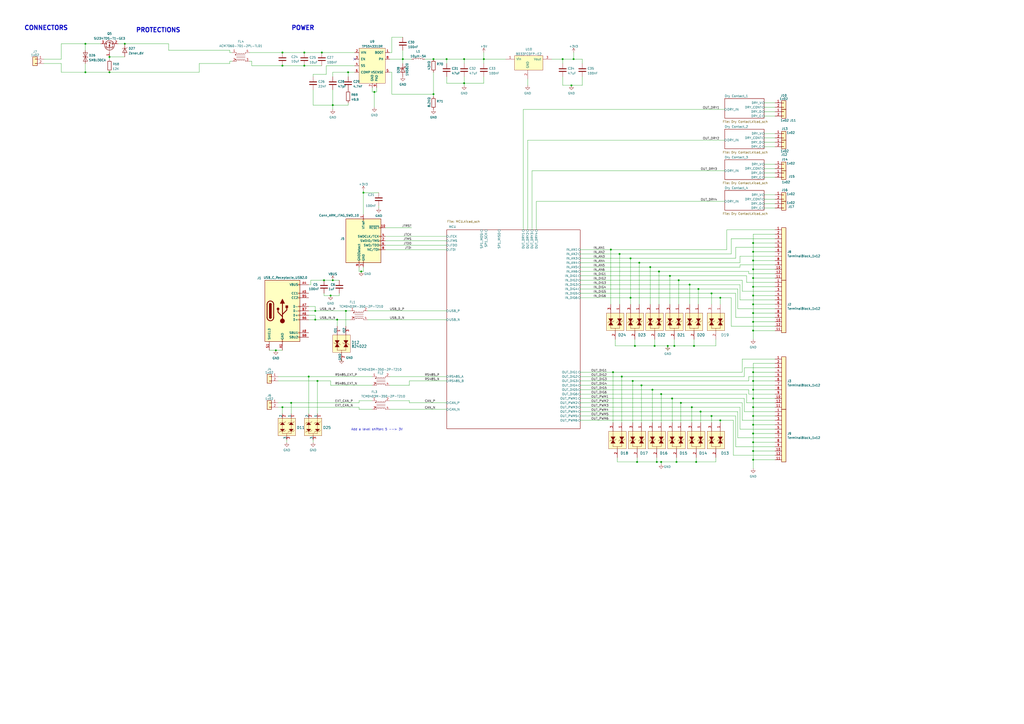
<source format=kicad_sch>
(kicad_sch (version 20250114) (generator "eeschema") (generator_version "9.0")
  (paper "A2")
  (title_block (title "WattWell") (date "2023-06-17") (rev "V1.0") (comment 1 "Ignacio de Mendizabal") (comment 2 "Sébastien Massin") (comment 3 "https://github.com/clearemc/WattWell-HW"))
  (text "CONNECTORS\n" (at 13.97 17.78 0) (effects (font (size 2.54 2.54) (thickness 0.508) (bold yes)) (justify left bottom)))
  (text "POWER\n" (at 168.91 17.78 0) (effects (font (size 2.54 2.54) (thickness 0.508) (bold yes)) (justify left bottom)))
  (text "Add a level shifter: 5 --> 3V\n" (at 203.708 249.936 0) (effects (font (size 1.27 1.27)) (justify left bottom)))
  (text "PROTECTIONS" (at 78.74 19.05 0) (effects (font (size 2.54 2.54) (thickness 0.508) (bold yes)) (justify left bottom)))
  (junction (at 436.88 191.77))
  (junction (at 191.77 171.45))
  (junction (at 436.88 241.3))
  (junction (at 412.75 170.18))
  (junction (at 163.83 236.22))
  (junction (at 389.89 231.14))
  (junction (at 168.91 233.68))
  (junction (at 391.16 200.66))
  (junction (at 383.54 267.97))
  (junction (at 210.82 111.76))
  (junction (at 436.88 166.37))
  (junction (at 259.08 34.29))
  (junction (at 251.46 54.61))
  (junction (at 436.88 161.29))
  (junction (at 405.13 167.64))
  (junction (at 184.15 220.98))
  (junction (at 417.83 243.84))
  (junction (at 186.69 30.48))
  (junction (at 195.58 185.42))
  (junction (at 372.11 223.52))
  (junction (at 269.24 34.29))
  (junction (at 370.84 152.4))
  (junction (at 377.19 154.94))
  (junction (at 388.62 160.02))
  (junction (at 412.75 241.3))
  (junction (at 365.76 172.72))
  (junction (at 355.6 215.9))
  (junction (at 393.7 162.56))
  (junction (at 193.04 60.96))
  (junction (at 331.47 49.53))
  (junction (at 387.35 200.66))
  (junction (at 436.88 246.38))
  (junction (at 436.88 261.62))
  (junction (at 63.5 33.02))
  (junction (at 436.88 140.97))
  (junction (at 160.02 203.2))
  (junction (at 163.83 38.1))
  (junction (at 392.43 267.97))
  (junction (at 436.88 171.45))
  (junction (at 233.68 34.29))
  (junction (at 436.88 156.21))
  (junction (at 436.88 251.46))
  (junction (at 182.88 180.34))
  (junction (at 369.57 267.97))
  (junction (at 436.88 231.14))
  (junction (at 49.53 25.4))
  (junction (at 176.53 30.48))
  (junction (at 406.4 238.76))
  (junction (at 217.17 53.34))
  (junction (at 383.54 228.6))
  (junction (at 436.88 181.61))
  (junction (at 182.88 185.42))
  (junction (at 417.83 172.72))
  (junction (at 436.88 151.13))
  (junction (at 402.59 200.66))
  (junction (at 193.04 162.56))
  (junction (at 436.88 186.69))
  (junction (at 365.76 149.86))
  (junction (at 251.46 34.29))
  (junction (at 378.46 226.06))
  (junction (at 63.5 41.91))
  (junction (at 179.07 218.44))
  (junction (at 326.39 34.29))
  (junction (at 332.74 34.29))
  (junction (at 436.88 256.54))
  (junction (at 187.96 162.56))
  (junction (at 382.27 157.48))
  (junction (at 368.3 200.66))
  (junction (at 367.03 220.98))
  (junction (at 354.33 144.78))
  (junction (at 359.41 147.32))
  (junction (at 436.88 226.06))
  (junction (at 394.97 233.68))
  (junction (at 280.67 34.29))
  (junction (at 72.39 25.4))
  (junction (at 201.93 41.91))
  (junction (at 269.24 48.26))
  (junction (at 49.53 41.91))
  (junction (at 200.66 180.34))
  (junction (at 403.86 267.97))
  (junction (at 400.05 165.1))
  (junction (at 176.53 38.1))
  (junction (at 436.88 176.53))
  (junction (at 436.88 266.7))
  (junction (at 401.32 236.22))
  (junction (at 163.83 30.48))
  (junction (at 381 267.97))
  (junction (at 436.88 146.05))
  (junction (at 209.55 157.48))
  (junction (at 360.68 218.44))
  (junction (at 436.88 215.9))
  (junction (at 379.73 200.66))
  (junction (at 436.88 220.98))
  (junction (at 436.88 236.22))
  (no_connect (at 205.74 34.29))
  (wire (pts (xy 436.88 166.37) (xy 436.88 171.45)))
  (wire (pts (xy 449.58 97.79) (xy 443.23 97.79)))
  (wire (pts (xy 133.35 35.56) (xy 133.35 36.83)))
  (wire (pts (xy 336.55 215.9) (xy 355.6 215.9)))
  (wire (pts (xy 97.79 29.21) (xy 133.35 29.21)))
  (wire (pts (xy 369.57 267.97) (xy 381 267.97)))
  (wire (pts (xy 436.88 135.89) (xy 436.88 140.97)))
  (wire (pts (xy 449.58 158.75) (xy 434.34 158.75)))
  (wire (pts (xy 306.07 81.28) (xy 420.37 81.28)))
  (wire (pts (xy 35.56 41.91) (xy 49.53 41.91)))
  (wire (pts (xy 429.26 154.94) (xy 377.19 154.94)))
  (wire (pts (xy 49.53 25.4) (xy 49.53 29.21)))
  (wire (pts (xy 68.58 25.4) (xy 72.39 25.4)))
  (wire (pts (xy 269.24 44.45) (xy 269.24 48.26)))
  (wire (pts (xy 356.87 196.85) (xy 356.87 200.66)))
  (wire (pts (xy 179.07 180.34) (xy 182.88 180.34)))
  (wire (pts (xy 336.55 149.86) (xy 365.76 149.86)))
  (wire (pts (xy 25.4 36.83) (xy 35.56 36.83)))
  (wire (pts (xy 201.93 59.69) (xy 201.93 60.96)))
  (wire (pts (xy 332.74 34.29) (xy 337.82 34.29)))
  (wire (pts (xy 215.9 50.8) (xy 215.9 53.34)))
  (wire (pts (xy 436.88 161.29) (xy 436.88 166.37)))
  (wire (pts (xy 429.26 153.67) (xy 429.26 154.94)))
  (wire (pts (xy 168.91 233.68) (xy 208.28 233.68)))
  (wire (pts (xy 97.79 25.4) (xy 97.79 29.21)))
  (wire (pts (xy 63.5 33.02) (xy 72.39 33.02)))
  (wire (pts (xy 179.07 165.1) (xy 180.34 165.1)))
  (wire (pts (xy 187.96 162.56) (xy 193.04 162.56)))
  (wire (pts (xy 449.58 95.25) (xy 443.23 95.25)))
  (wire (pts (xy 449.58 85.09) (xy 443.23 85.09)))
  (wire (pts (xy 417.83 172.72) (xy 365.76 172.72)))
  (wire (pts (xy 449.58 210.82) (xy 436.88 210.82)))
  (wire (pts (xy 391.16 200.66) (xy 387.35 200.66)))
  (wire (pts (xy 161.29 236.22) (xy 163.83 236.22)))
  (wire (pts (xy 449.58 59.69) (xy 443.23 59.69)))
  (wire (pts (xy 449.58 102.87) (xy 443.23 102.87)))
  (wire (pts (xy 226.06 218.44) (xy 259.08 218.44)))
  (wire (pts (xy 251.46 54.61) (xy 251.46 55.88)))
  (wire (pts (xy 449.58 148.59) (xy 429.26 148.59)))
  (wire (pts (xy 156.21 203.2) (xy 160.02 203.2)))
  (wire (pts (xy 436.88 186.69) (xy 436.88 191.77)))
  (wire (pts (xy 430.53 208.28) (xy 430.53 215.9)))
  (wire (pts (xy 337.82 44.45) (xy 337.82 49.53)))
  (wire (pts (xy 355.6 215.9) (xy 355.6 245.11)))
  (wire (pts (xy 449.58 233.68) (xy 433.07 233.68)))
  (wire (pts (xy 161.29 220.98) (xy 184.15 220.98)))
  (wire (pts (xy 449.58 146.05) (xy 436.88 146.05)))
  (wire (pts (xy 387.35 200.66) (xy 379.73 200.66)))
  (wire (pts (xy 367.03 220.98) (xy 367.03 245.11)))
  (wire (pts (xy 436.88 241.3) (xy 436.88 246.38)))
  (wire (pts (xy 223.52 142.24) (xy 259.08 142.24)))
  (wire (pts (xy 449.58 77.47) (xy 443.23 77.47)))
  (wire (pts (xy 430.53 162.56) (xy 393.7 162.56)))
  (wire (pts (xy 72.39 25.4) (xy 97.79 25.4)))
  (wire (pts (xy 306.07 81.28) (xy 306.07 133.35)))
  (wire (pts (xy 429.26 236.22) (xy 401.32 236.22)))
  (wire (pts (xy 246.38 34.29) (xy 251.46 34.29)))
  (wire (pts (xy 146.05 38.1) (xy 163.83 38.1)))
  (wire (pts (xy 449.58 135.89) (xy 436.88 135.89)))
  (wire (pts (xy 429.26 165.1) (xy 400.05 165.1)))
  (wire (pts (xy 449.58 163.83) (xy 433.07 163.83)))
  (wire (pts (xy 391.16 196.85) (xy 391.16 200.66)))
  (wire (pts (xy 191.77 171.45) (xy 196.85 171.45)))
  (wire (pts (xy 201.93 41.91) (xy 205.74 41.91)))
  (wire (pts (xy 201.93 41.91) (xy 201.93 44.45)))
  (wire (pts (xy 237.49 220.98) (xy 259.08 220.98)))
  (wire (pts (xy 306.07 45.72) (xy 306.07 49.53)))
  (wire (pts (xy 193.04 60.96) (xy 201.93 60.96)))
  (wire (pts (xy 303.53 63.5) (xy 420.37 63.5)))
  (wire (pts (xy 449.58 168.91) (xy 430.53 168.91)))
  (wire (pts (xy 427.99 238.76) (xy 406.4 238.76)))
  (wire (pts (xy 35.56 36.83) (xy 35.56 41.91)))
  (wire (pts (xy 449.58 64.77) (xy 443.23 64.77)))
  (wire (pts (xy 433.07 160.02) (xy 388.62 160.02)))
  (wire (pts (xy 251.46 41.91) (xy 251.46 54.61)))
  (wire (pts (xy 449.58 238.76) (xy 431.8 238.76)))
  (wire (pts (xy 383.54 267.97) (xy 392.43 267.97)))
  (wire (pts (xy 436.88 215.9) (xy 449.58 215.9)))
  (wire (pts (xy 449.58 176.53) (xy 436.88 176.53)))
  (wire (pts (xy 436.88 266.7) (xy 436.88 271.78)))
  (wire (pts (xy 449.58 138.43) (xy 424.18 138.43)))
  (wire (pts (xy 163.83 38.1) (xy 176.53 38.1)))
  (wire (pts (xy 436.88 231.14) (xy 436.88 236.22)))
  (wire (pts (xy 63.5 41.91) (xy 115.57 41.91)))
  (wire (pts (xy 215.9 53.34) (xy 217.17 53.34)))
  (wire (pts (xy 218.44 50.8) (xy 218.44 53.34)))
  (wire (pts (xy 449.58 113.03) (xy 443.23 113.03)))
  (wire (pts (xy 209.55 157.48) (xy 210.82 157.48)))
  (wire (pts (xy 115.57 36.83) (xy 133.35 36.83)))
  (wire (pts (xy 223.52 144.78) (xy 259.08 144.78)))
  (wire (pts (xy 196.85 171.45) (xy 196.85 170.18)))
  (wire (pts (xy 226.06 34.29) (xy 233.68 34.29)))
  (wire (pts (xy 449.58 62.23) (xy 443.23 62.23)))
  (wire (pts (xy 200.66 180.34) (xy 200.66 189.23)))
  (wire (pts (xy 449.58 184.15) (xy 426.72 184.15)))
  (wire (pts (xy 336.55 154.94) (xy 377.19 154.94)))
  (wire (pts (xy 336.55 238.76) (xy 406.4 238.76)))
  (wire (pts (xy 49.53 36.83) (xy 49.53 41.91)))
  (wire (pts (xy 336.55 160.02) (xy 388.62 160.02)))
  (wire (pts (xy 163.83 236.22) (xy 208.28 236.22)))
  (wire (pts (xy 424.18 172.72) (xy 417.83 172.72)))
  (wire (pts (xy 421.64 133.35) (xy 421.64 144.78)))
  (wire (pts (xy 336.55 220.98) (xy 367.03 220.98)))
  (wire (pts (xy 269.24 34.29) (xy 280.67 34.29)))
  (wire (pts (xy 400.05 165.1) (xy 400.05 176.53)))
  (wire (pts (xy 226.06 30.48) (xy 227.33 30.48)))
  (wire (pts (xy 336.55 226.06) (xy 378.46 226.06)))
  (wire (pts (xy 233.68 34.29) (xy 238.76 34.29)))
  (wire (pts (xy 430.53 233.68) (xy 430.53 243.84)))
  (wire (pts (xy 326.39 44.45) (xy 326.39 49.53)))
  (wire (pts (xy 223.52 139.7) (xy 259.08 139.7)))
  (wire (pts (xy 35.56 25.4) (xy 49.53 25.4)))
  (wire (pts (xy 179.07 218.44) (xy 179.07 240.03)))
  (wire (pts (xy 449.58 220.98) (xy 436.88 220.98)))
  (wire (pts (xy 163.83 30.48) (xy 176.53 30.48)))
  (wire (pts (xy 425.45 243.84) (xy 425.45 264.16)))
  (wire (pts (xy 431.8 213.36) (xy 431.8 218.44)))
  (wire (pts (xy 449.58 67.31) (xy 443.23 67.31)))
  (wire (pts (xy 332.74 30.48) (xy 332.74 34.29)))
  (wire (pts (xy 436.88 210.82) (xy 436.88 215.9)))
  (wire (pts (xy 426.72 241.3) (xy 426.72 259.08)))
  (wire (pts (xy 436.88 261.62) (xy 436.88 266.7)))
  (wire (pts (xy 259.08 44.45) (xy 259.08 48.26)))
  (wire (pts (xy 160.02 203.2) (xy 163.83 203.2)))
  (wire (pts (xy 336.55 218.44) (xy 360.68 218.44)))
  (wire (pts (xy 427.99 238.76) (xy 427.99 254)))
  (wire (pts (xy 336.55 233.68) (xy 394.97 233.68)))
  (wire (pts (xy 226.06 232.41) (xy 237.49 232.41)))
  (wire (pts (xy 402.59 196.85) (xy 402.59 200.66)))
  (wire (pts (xy 208.28 232.41) (xy 215.9 232.41)))
  (wire (pts (xy 227.33 54.61) (xy 251.46 54.61)))
  (wire (pts (xy 426.72 170.18) (xy 412.75 170.18)))
  (wire (pts (xy 429.26 236.22) (xy 429.26 248.92)))
  (wire (pts (xy 436.88 171.45) (xy 436.88 176.53)))
  (wire (pts (xy 336.55 236.22) (xy 401.32 236.22)))
  (wire (pts (xy 449.58 133.35) (xy 421.64 133.35)))
  (wire (pts (xy 210.82 111.76) (xy 219.71 111.76)))
  (wire (pts (xy 449.58 208.28) (xy 430.53 208.28)))
  (wire (pts (xy 392.43 267.97) (xy 403.86 267.97)))
  (wire (pts (xy 436.88 231.14) (xy 436.88 226.06)))
  (wire (pts (xy 368.3 200.66) (xy 356.87 200.66)))
  (wire (pts (xy 449.58 156.21) (xy 436.88 156.21)))
  (wire (pts (xy 449.58 226.06) (xy 436.88 226.06)))
  (wire (pts (xy 449.58 186.69) (xy 436.88 186.69)))
  (wire (pts (xy 161.29 233.68) (xy 168.91 233.68)))
  (wire (pts (xy 449.58 80.01) (xy 443.23 80.01)))
  (wire (pts (xy 308.61 99.06) (xy 308.61 133.35)))
  (wire (pts (xy 449.58 228.6) (xy 434.34 228.6)))
  (wire (pts (xy 429.26 152.4) (xy 370.84 152.4)))
  (wire (pts (xy 181.61 255.27) (xy 181.61 256.54)))
  (wire (pts (xy 191.77 220.98) (xy 191.77 223.52)))
  (wire (pts (xy 449.58 153.67) (xy 429.26 153.67)))
  (wire (pts (xy 436.88 176.53) (xy 436.88 181.61)))
  (wire (pts (xy 405.13 167.64) (xy 405.13 176.53)))
  (wire (pts (xy 210.82 111.76) (xy 210.82 124.46)))
  (wire (pts (xy 184.15 220.98) (xy 184.15 240.03)))
  (wire (pts (xy 308.61 99.06) (xy 420.37 99.06)))
  (wire (pts (xy 219.71 119.38) (xy 219.71 120.65)))
  (wire (pts (xy 424.18 172.72) (xy 424.18 189.23)))
  (wire (pts (xy 392.43 265.43) (xy 392.43 267.97)))
  (wire (pts (xy 449.58 191.77) (xy 436.88 191.77)))
  (wire (pts (xy 336.55 144.78) (xy 354.33 144.78)))
  (wire (pts (xy 415.29 200.66) (xy 402.59 200.66)))
  (wire (pts (xy 436.88 220.98) (xy 436.88 226.06)))
  (wire (pts (xy 133.35 29.21) (xy 133.35 30.48)))
  (wire (pts (xy 210.82 110.49) (xy 210.82 111.76)))
  (wire (pts (xy 449.58 223.52) (xy 372.11 223.52)))
  (wire (pts (xy 434.34 157.48) (xy 382.27 157.48)))
  (wire (pts (xy 449.58 248.92) (xy 429.26 248.92)))
  (wire (pts (xy 336.55 243.84) (xy 417.83 243.84)))
  (wire (pts (xy 449.58 120.65) (xy 443.23 120.65)))
  (wire (pts (xy 415.29 267.97) (xy 403.86 267.97)))
  (wire (pts (xy 436.88 261.62) (xy 449.58 261.62)))
  (wire (pts (xy 181.61 60.96) (xy 181.61 52.07)))
  (wire (pts (xy 388.62 160.02) (xy 388.62 176.53)))
  (wire (pts (xy 146.05 38.1) (xy 146.05 35.56)))
  (wire (pts (xy 365.76 172.72) (xy 365.76 176.53)))
  (wire (pts (xy 372.11 223.52) (xy 372.11 245.11)))
  (wire (pts (xy 449.58 266.7) (xy 436.88 266.7)))
  (wire (pts (xy 193.04 63.5) (xy 193.04 60.96)))
  (wire (pts (xy 387.35 200.66) (xy 387.35 203.2)))
  (wire (pts (xy 303.53 63.5) (xy 303.53 133.35)))
  (wire (pts (xy 403.86 265.43) (xy 403.86 267.97)))
  (wire (pts (xy 381 265.43) (xy 381 267.97)))
  (wire (pts (xy 233.68 34.29) (xy 233.68 29.21)))
  (wire (pts (xy 182.88 185.42) (xy 195.58 185.42)))
  (wire (pts (xy 208.28 233.68) (xy 208.28 232.41)))
  (wire (pts (xy 182.88 180.34) (xy 200.66 180.34)))
  (wire (pts (xy 336.55 231.14) (xy 389.89 231.14)))
  (wire (pts (xy 379.73 200.66) (xy 379.73 196.85)))
  (wire (pts (xy 417.83 172.72) (xy 417.83 176.53)))
  (wire (pts (xy 320.04 34.29) (xy 326.39 34.29)))
  (wire (pts (xy 436.88 146.05) (xy 436.88 151.13)))
  (wire (pts (xy 280.67 34.29) (xy 293.37 34.29)))
  (wire (pts (xy 186.69 30.48) (xy 205.74 30.48)))
  (wire (pts (xy 449.58 254) (xy 427.99 254)))
  (wire (pts (xy 426.72 149.86) (xy 365.76 149.86)))
  (wire (pts (xy 427.99 167.64) (xy 405.13 167.64)))
  (wire (pts (xy 336.55 147.32) (xy 359.41 147.32)))
  (wire (pts (xy 449.58 231.14) (xy 436.88 231.14)))
  (wire (pts (xy 336.55 167.64) (xy 405.13 167.64)))
  (wire (pts (xy 430.53 215.9) (xy 355.6 215.9)))
  (wire (pts (xy 449.58 173.99) (xy 429.26 173.99)))
  (wire (pts (xy 179.07 218.44) (xy 215.9 218.44)))
  (wire (pts (xy 449.58 140.97) (xy 436.88 140.97)))
  (wire (pts (xy 237.49 233.68) (xy 259.08 233.68)))
  (wire (pts (xy 424.18 138.43) (xy 424.18 147.32)))
  (wire (pts (xy 336.55 162.56) (xy 393.7 162.56)))
  (wire (pts (xy 415.29 196.85) (xy 415.29 200.66)))
  (wire (pts (xy 449.58 251.46) (xy 436.88 251.46)))
  (wire (pts (xy 436.88 256.54) (xy 436.88 261.62)))
  (wire (pts (xy 233.68 34.29) (xy 233.68 36.83)))
  (wire (pts (xy 449.58 171.45) (xy 436.88 171.45)))
  (wire (pts (xy 336.55 223.52) (xy 372.11 223.52)))
  (wire (pts (xy 259.08 34.29) (xy 259.08 36.83)))
  (wire (pts (xy 336.55 165.1) (xy 400.05 165.1)))
  (wire (pts (xy 337.82 34.29) (xy 337.82 36.83)))
  (wire (pts (xy 259.08 34.29) (xy 251.46 34.29)))
  (wire (pts (xy 226.06 41.91) (xy 227.33 41.91)))
  (wire (pts (xy 195.58 185.42) (xy 203.2 185.42)))
  (wire (pts (xy 393.7 176.53) (xy 393.7 162.56)))
  (wire (pts (xy 182.88 182.88) (xy 182.88 185.42)))
  (wire (pts (xy 259.08 34.29) (xy 269.24 34.29)))
  (wire (pts (xy 383.54 228.6) (xy 383.54 245.11)))
  (wire (pts (xy 336.55 172.72) (xy 365.76 172.72)))
  (wire (pts (xy 336.55 241.3) (xy 412.75 241.3)))
  (wire (pts (xy 226.06 237.49) (xy 259.08 237.49)))
  (wire (pts (xy 187.96 171.45) (xy 191.77 171.45)))
  (wire (pts (xy 161.29 218.44) (xy 179.07 218.44)))
  (wire (pts (xy 436.88 246.38) (xy 436.88 251.46)))
  (wire (pts (xy 35.56 34.29) (xy 35.56 25.4)))
  (wire (pts (xy 358.14 265.43) (xy 358.14 267.97)))
  (wire (pts (xy 449.58 213.36) (xy 431.8 213.36)))
  (wire (pts (xy 449.58 189.23) (xy 424.18 189.23)))
  (wire (pts (xy 429.26 165.1) (xy 429.26 173.99)))
  (wire (pts (xy 280.67 30.48) (xy 280.67 34.29)))
  (wire (pts (xy 179.07 185.42) (xy 182.88 185.42)))
  (wire (pts (xy 449.58 264.16) (xy 425.45 264.16)))
  (wire (pts (xy 368.3 196.85) (xy 368.3 200.66)))
  (wire (pts (xy 449.58 236.22) (xy 436.88 236.22)))
  (wire (pts (xy 449.58 181.61) (xy 436.88 181.61)))
  (wire (pts (xy 193.04 162.56) (xy 196.85 162.56)))
  (wire (pts (xy 434.34 218.44) (xy 434.34 220.98)))
  (wire (pts (xy 412.75 170.18) (xy 412.75 176.53)))
  (wire (pts (xy 223.52 137.16) (xy 259.08 137.16)))
  (wire (pts (xy 311.15 116.84) (xy 420.37 116.84)))
  (wire (pts (xy 449.58 179.07) (xy 427.99 179.07)))
  (wire (pts (xy 430.53 162.56) (xy 430.53 168.91)))
  (wire (pts (xy 431.8 231.14) (xy 431.8 238.76)))
  (wire (pts (xy 449.58 259.08) (xy 426.72 259.08)))
  (wire (pts (xy 134.62 30.48) (xy 133.35 30.48)))
  (wire (pts (xy 369.57 265.43) (xy 369.57 267.97)))
  (wire (pts (xy 269.24 48.26) (xy 269.24 49.53)))
  (wire (pts (xy 227.33 21.59) (xy 233.68 21.59)))
  (wire (pts (xy 193.04 60.96) (xy 181.61 60.96)))
  (wire (pts (xy 180.34 162.56) (xy 180.34 165.1)))
  (wire (pts (xy 336.55 228.6) (xy 383.54 228.6)))
  (wire (pts (xy 434.34 226.06) (xy 434.34 228.6)))
  (wire (pts (xy 311.15 116.84) (xy 311.15 133.35)))
  (wire (pts (xy 326.39 34.29) (xy 332.74 34.29)))
  (wire (pts (xy 213.36 180.34) (xy 259.08 180.34)))
  (wire (pts (xy 449.58 115.57) (xy 443.23 115.57)))
  (wire (pts (xy 208.28 237.49) (xy 215.9 237.49)))
  (wire (pts (xy 166.37 255.27) (xy 166.37 256.54)))
  (wire (pts (xy 193.04 44.45) (xy 193.04 41.91)))
  (wire (pts (xy 360.68 218.44) (xy 360.68 245.11)))
  (wire (pts (xy 436.88 256.54) (xy 449.58 256.54)))
  (wire (pts (xy 449.58 241.3) (xy 436.88 241.3)))
  (wire (pts (xy 406.4 238.76) (xy 406.4 245.11)))
  (wire (pts (xy 449.58 143.51) (xy 426.72 143.51)))
  (wire (pts (xy 449.58 166.37) (xy 436.88 166.37)))
  (wire (pts (xy 402.59 200.66) (xy 391.16 200.66)))
  (wire (pts (xy 427.99 167.64) (xy 427.99 179.07)))
  (wire (pts (xy 187.96 170.18) (xy 187.96 171.45)))
  (wire (pts (xy 359.41 147.32) (xy 359.41 176.53)))
  (wire (pts (xy 217.17 62.23) (xy 217.17 53.34)))
  (wire (pts (xy 63.5 33.02) (xy 63.5 34.29)))
  (wire (pts (xy 179.07 177.8) (xy 182.88 177.8)))
  (wire (pts (xy 205.74 38.1) (xy 189.23 38.1)))
  (wire (pts (xy 430.53 233.68) (xy 394.97 233.68)))
  (wire (pts (xy 434.34 157.48) (xy 434.34 158.75)))
  (wire (pts (xy 25.4 34.29) (xy 35.56 34.29)))
  (wire (pts (xy 49.53 41.91) (xy 63.5 41.91)))
  (wire (pts (xy 433.07 160.02) (xy 433.07 163.83)))
  (wire (pts (xy 433.07 228.6) (xy 433.07 233.68)))
  (wire (pts (xy 436.88 151.13) (xy 436.88 156.21)))
  (wire (pts (xy 354.33 144.78) (xy 421.64 144.78)))
  (wire (pts (xy 213.36 185.42) (xy 259.08 185.42)))
  (wire (pts (xy 378.46 226.06) (xy 378.46 245.11)))
  (wire (pts (xy 434.34 226.06) (xy 378.46 226.06)))
  (wire (pts (xy 179.07 182.88) (xy 182.88 182.88)))
  (wire (pts (xy 226.06 223.52) (xy 237.49 223.52)))
  (wire (pts (xy 401.32 236.22) (xy 401.32 245.11)))
  (wire (pts (xy 134.62 35.56) (xy 133.35 35.56)))
  (wire (pts (xy 163.83 236.22) (xy 163.83 240.03)))
  (wire (pts (xy 189.23 43.18) (xy 181.61 43.18)))
  (wire (pts (xy 208.28 236.22) (xy 208.28 237.49)))
  (wire (pts (xy 182.88 177.8) (xy 182.88 180.34)))
  (wire (pts (xy 394.97 233.68) (xy 394.97 245.11)))
  (wire (pts (xy 193.04 41.91) (xy 201.93 41.91)))
  (wire (pts (xy 436.88 251.46) (xy 436.88 256.54)))
  (wire (pts (xy 176.53 30.48) (xy 186.69 30.48)))
  (wire (pts (xy 449.58 243.84) (xy 430.53 243.84)))
  (wire (pts (xy 436.88 246.38) (xy 449.58 246.38)))
  (wire (pts (xy 436.88 236.22) (xy 436.88 241.3)))
  (wire (pts (xy 354.33 144.78) (xy 354.33 176.53)))
  (wire (pts (xy 195.58 185.42) (xy 195.58 189.23)))
  (wire (pts (xy 412.75 241.3) (xy 412.75 245.11)))
  (wire (pts (xy 377.19 154.94) (xy 377.19 176.53)))
  (wire (pts (xy 269.24 48.26) (xy 280.67 48.26)))
  (wire (pts (xy 436.88 181.61) (xy 436.88 186.69)))
  (wire (pts (xy 436.88 191.77) (xy 436.88 196.85)))
  (wire (pts (xy 417.83 243.84) (xy 417.83 245.11)))
  (wire (pts (xy 280.67 34.29) (xy 280.67 36.83)))
  (wire (pts (xy 259.08 48.26) (xy 269.24 48.26)))
  (wire (pts (xy 189.23 38.1) (xy 189.23 43.18)))
  (wire (pts (xy 370.84 152.4) (xy 370.84 176.53)))
  (wire (pts (xy 181.61 43.18) (xy 181.61 44.45)))
  (wire (pts (xy 389.89 231.14) (xy 389.89 245.11)))
  (wire (pts (xy 415.29 265.43) (xy 415.29 267.97)))
  (wire (pts (xy 449.58 218.44) (xy 434.34 218.44)))
  (wire (pts (xy 431.8 218.44) (xy 360.68 218.44)))
  (wire (pts (xy 227.33 30.48) (xy 227.33 21.59)))
  (wire (pts (xy 176.53 38.1) (xy 186.69 38.1)))
  (wire (pts (xy 208.28 154.94) (xy 208.28 157.48)))
  (wire (pts (xy 115.57 41.91) (xy 115.57 36.83)))
  (wire (pts (xy 336.55 152.4) (xy 370.84 152.4)))
  (wire (pts (xy 412.75 241.3) (xy 426.72 241.3)))
  (wire (pts (xy 417.83 243.84) (xy 425.45 243.84)))
  (wire (pts (xy 280.67 48.26) (xy 280.67 44.45)))
  (wire (pts (xy 336.55 170.18) (xy 412.75 170.18)))
  (wire (pts (xy 223.52 132.08) (xy 238.76 132.08)))
  (wire (pts (xy 193.04 52.07) (xy 193.04 60.96)))
  (wire (pts (xy 449.58 151.13) (xy 436.88 151.13)))
  (wire (pts (xy 208.28 157.48) (xy 209.55 157.48)))
  (wire (pts (xy 326.39 34.29) (xy 326.39 36.83)))
  (wire (pts (xy 449.58 161.29) (xy 436.88 161.29)))
  (wire (pts (xy 379.73 200.66) (xy 368.3 200.66)))
  (wire (pts (xy 144.78 35.56) (xy 146.05 35.56)))
  (wire (pts (xy 383.54 267.97) (xy 383.54 269.24)))
  (wire (pts (xy 217.17 53.34) (xy 218.44 53.34)))
  (wire (pts (xy 436.88 156.21) (xy 436.88 161.29)))
  (wire (pts (xy 426.72 143.51) (xy 426.72 149.86)))
  (wire (pts (xy 449.58 82.55) (xy 443.23 82.55)))
  (wire (pts (xy 269.24 34.29) (xy 269.24 36.83)))
  (wire (pts (xy 365.76 149.86) (xy 365.76 172.72)))
  (wire (pts (xy 144.78 30.48) (xy 163.83 30.48)))
  (wire (pts (xy 382.27 176.53) (xy 382.27 157.48)))
  (wire (pts (xy 449.58 100.33) (xy 443.23 100.33)))
  (wire (pts (xy 336.55 157.48) (xy 382.27 157.48)))
  (wire (pts (xy 436.88 215.9) (xy 436.88 220.98)))
  (wire (pts (xy 449.58 118.11) (xy 443.23 118.11)))
  (wire (pts (xy 429.26 148.59) (xy 429.26 152.4)))
  (wire (pts (xy 191.77 223.52) (xy 215.9 223.52)))
  (wire (pts (xy 433.07 228.6) (xy 383.54 228.6)))
  (wire (pts (xy 227.33 41.91) (xy 227.33 54.61)))
  (wire (pts (xy 426.72 170.18) (xy 426.72 184.15)))
  (wire (pts (xy 431.8 231.14) (xy 389.89 231.14)))
  (wire (pts (xy 383.54 267.97) (xy 381 267.97)))
  (wire (pts (xy 180.34 162.56) (xy 187.96 162.56)))
  (wire (pts (xy 237.49 220.98) (xy 237.49 223.52)))
  (wire (pts (xy 210.82 157.48) (xy 210.82 154.94)))
  (wire (pts (xy 198.12 208.28) (xy 198.12 209.55)))
  (wire (pts (xy 237.49 232.41) (xy 237.49 233.68)))
  (wire (pts (xy 184.15 220.98) (xy 191.77 220.98)))
  (wire (pts (xy 200.66 180.34) (xy 203.2 180.34)))
  (wire (pts (xy 436.88 140.97) (xy 436.88 146.05)))
  (wire (pts (xy 424.18 147.32) (xy 359.41 147.32)))
  (wire (pts (xy 49.53 25.4) (xy 58.42 25.4)))
  (wire (pts (xy 168.91 233.68) (xy 168.91 240.03)))
  (wire (pts (xy 358.14 267.97) (xy 369.57 267.97)))
  (wire (pts (xy 331.47 49.53) (xy 326.39 49.53)))
  (wire (pts (xy 367.03 220.98) (xy 434.34 220.98)))
  (wire (pts (xy 337.82 49.53) (xy 331.47 49.53)))
  (label "IN_AN3" (at 344.17 149.86 0))
  (label "OUT_DIG2" (at 342.9 218.44 0))
  (label "OUT_PWM2" (at 342.9 233.68 0))
  (label "OUT_PWM1" (at 342.9 231.14 0))
  (label "EXT_CAN_N" (at 194.31 236.22 0))
  (label "OUT_DIG3" (at 342.9 220.98 0))
  (label "OUT_PWM6" (at 342.9 243.84 0))
  (label "USB_D_N" (at 226.06 185.42 0))
  (label "RS485_P" (at 246.38 218.44 0))
  (label "OUT_DRY3" (at 406.4 99.06 0))
  (label "CAN_N" (at 246.38 237.49 0))
  (label "OUT_DRY1" (at 407.67 63.5 0))
  (label "OUT_DIG6" (at 342.9 228.6 0))
  (label "IN_AN4" (at 344.17 152.4 0))
  (label "IN_AN6" (at 344.17 157.48 0))
  (label "OUT_PWM3" (at 342.9 236.22 0))
  (label "IN_DIG5" (at 344.17 170.18 0))
  (label "JTRST" (at 238.76 132.08 180))
  (label "JTCK" (at 238.76 137.16 180))
  (label "JTMS" (at 238.76 139.7 180))
  (label "CAN_P" (at 246.38 233.68 0))
  (label "IN_AN5" (at 344.17 154.94 0))
  (label "IN_DIG2" (at 344.17 162.56 0))
  (label "USB_D_P" (at 226.06 180.34 0))
  (label "OUT_DIG1" (at 342.9 215.9 0))
  (label "IN_DIG6" (at 344.17 172.72 0))
  (label "IN_DIG3" (at 344.17 165.1 0))
  (label "RS485_N" (at 246.38 220.98 0))
  (label "EXT_CAN_P" (at 194.31 233.68 0))
  (label "USB_IN_P" (at 185.42 180.34 0))
  (label "OUT_PWM4" (at 342.9 238.76 0))
  (label "RS485_EXT_N" (at 194.31 223.52 0))
  (label "IN_AN2" (at 344.17 147.32 0))
  (label "OUT_DRY2" (at 407.67 81.28 0))
  (label "IN_AN1" (at 344.17 144.78 0))
  (label "OUT_DRY4" (at 406.4 116.84 0))
  (label "JTDO" (at 238.76 142.24 180))
  (label "JTDI" (at 238.76 144.78 180))
  (label "OUT_DIG5" (at 342.9 226.06 0))
  (label "OUT_PWM5" (at 342.9 241.3 0))
  (label "IN_DIG1" (at 344.17 160.02 0))
  (label "IN_DIG4" (at 344.17 167.64 0))
  (label "RS485_EXT_P" (at 194.31 218.44 0))
  (label "OUT_DIG4" (at 342.9 223.52 0))
  (label "USB_IN_N" (at 185.42 185.42 0))
  (symbol (lib_id "Connectors:1x02") (at 156.21 233.68 0) (mirror y) (unit 1)
    (property "Reference" "J6" (at 156.21 229.4001 0))
    (property "Value" "1x02" (at 156.21 231.3211 0))
    (property "Footprint" "Connectors:WURTH-691312510002" (effects (hide yes)))
    (property "Datasheet" "https://www.we-online.com/catalog/datasheet/691312510002.pdf" (effects (hide yes)))
    (property "Manufacturer" "Wurth Elektronik" (effects (hide yes)))
    (property "MPN" "691312510002" (effects (hide yes)))
    (property "Supplier" "Mouser" (effects (hide yes)))
    (property "Supplier Part Number" "710-691312510002" (effects (hide yes)))
    (property "Price" "0.274" (effects (hide yes)))
  )
  (symbol (lib_id "Resistor_0603:8.2KΩ") (at 251.46 59.69 0) (unit 1)
    (property "Reference" "R71" (at 253.238 58.7815 0) (effects (justify left)))
    (property "Value" "8.2KΩ" (at 248.92 62.23 90) (effects (justify left)))
    (property "Footprint" "Resistor_SMD:R_0603_1608Metric" (effects (hide yes)))
    (property "Datasheet" "https://www.mouser.be/datasheet/2/315/AOA0000C304-1149620.pdf" (effects (hide yes)))
    (property "Description" "Thick Film Resistors - SMD 0603 47Kohm 1% Anti-Sulfur AEC-Q200" (effects (hide yes)))
    (property "Manufacturer" "Panasonic" (effects (hide yes)))
    (property "MPN" "ERJ-3EKF8201V" (effects (hide yes)))
    (property "Supplier" "Mouser" (effects (hide yes)))
    (property "Supplier Nr." "667-ERJ-3EKF8201V" (effects (hide yes)))
    (property "Power" "100mW" (effects (hide yes)))
    (property "Tolerance" "1%" (effects (hide yes)))
    (property "Price" "0.05" (effects (hide yes)))
  )
  (symbol (lib_id "Capacitors_0603:100nF") (at 186.69 34.29 0) (unit 1)
    (property "Reference" "C27" (at 189.611 33.3815 0) (effects (justify left)))
    (property "Value" "100nF" (at 189.611 36.1566 0) (effects (justify left)))
    (property "Footprint" "Capacitor_SMD:C_0603_1608Metric" (effects (hide yes)))
    (property "Datasheet" "https://media.digikey.com/pdf/Data%20Sheets/Samsung%20PDFs/CL_Series_MLCC_ds.pdf" (effects (hide yes)))
    (property "Description" "0.1µF ±10% 50V Ceramic Capacitor X7R 0603 (1608 Metric)" (effects (hide yes)))
    (property "Manufacturer" "Samsung Electro-Mechanics" (effects (hide yes)))
    (property "MPN" "CL10B104KB8NNNC" (effects (hide yes)))
    (property "Supplier" "Digikey" (effects (hide yes)))
    (property "Supplier Nr." "1276-1000-1-ND" (effects (hide yes)))
    (property "Tolerance" "10%" (effects (hide yes)))
    (property "Voltage" "50V" (effects (hide yes)))
    (property "Dielectric" "X7R" (effects (hide yes)))
    (property "Price" "0.09" (effects (hide yes)))
  )
  (symbol (lib_id "Connectors:Conn_ARM_JTAG_SWD_10") (at 210.82 139.7 0) (unit 1)
    (property "Reference" "J5" (at 199.8981 138.4878 0) (effects (justify right)))
    (property "Value" "Conn_ARM_JTAG_SWD_10" (at 208.28 124.968 0) (effects (justify right)))
    (property "Footprint" "Connectors:PinHeader_2x05_P2.54mm_Vertical_SMD" (effects (hide yes)))
    (property "Datasheet" "https://suddendocs.samtec.com/productspecs/clp-ftsh.pdf" (effects (hide yes)))
    (property "Description" "Cortex Debug Connector, standard ARM Cortex-M SWD and JTAG interface" (effects (hide yes)))
    (property "Manufacturer" "Samtec" (effects (hide yes)))
    (property "MPN" "FTSH-105-01-L-DV-K" (effects (hide yes)))
    (property "Supplier" "Mouser" (effects (hide yes)))
    (property "Supplier Part Number" "200-FTSH10501LDVK" (effects (hide yes)))
  )
  (symbol (lib_id "Diodes:PESD3V3L2BT") (at 410.21 186.69 0) (mirror y) (unit 1)
    (property "Reference" "D19" (at 422.91 194.31 0) (effects (font (size 1.524 1.524)) (justify left)))
    (property "Value" "PESD3V3L2BT" (effects (hide yes)))
    (property "Footprint" "Semiconductors:SOT-23" (effects (hide yes)))
    (property "Datasheet" "https://assets.nexperia.com/documents/data-sheet/PESDXL2BT_SER.pdf" (effects (hide yes)))
    (property "Description" "Low capacitance unidirectional double ElectroStatic Discharge (ESD) protection diode" (effects (hide yes)))
    (property "MPN" "PESD3V3L2BT,215" (effects (hide yes)))
    (property "Category" "Circuit Protection" (effects (hide yes)))
    (property "Manufacturer" "Nexperia" (effects (hide yes)))
    (property "Supplier" "Mouser" (effects (hide yes)))
    (property "Supplier Part Number" "771-PESD3V3L2BT-T/R" (effects (hide yes)))
  )
  (symbol (lib_id "power:GND") (at 181.61 256.54 0) (unit 1)
    (property "Reference" "#PWR062" (effects (hide yes)))
    (property "Value" "GND" (at 181.61 261.1025 0))
  )
  (symbol (lib_id "Capacitors_0603:100nF") (at 280.67 40.64 0) (unit 1)
    (property "Reference" "C33" (at 283.591 39.7315 0) (effects (justify left)))
    (property "Value" "100nF" (at 283.591 42.5066 0) (effects (justify left)))
    (property "Footprint" "Capacitor_SMD:C_0603_1608Metric" (effects (hide yes)))
    (property "Datasheet" "https://media.digikey.com/pdf/Data%20Sheets/Samsung%20PDFs/CL_Series_MLCC_ds.pdf" (effects (hide yes)))
    (property "Description" "0.1µF ±10% 50V Ceramic Capacitor X7R 0603 (1608 Metric)" (effects (hide yes)))
    (property "Manufacturer" "Samsung Electro-Mechanics" (effects (hide yes)))
    (property "MPN" "CL10B104KB8NNNC" (effects (hide yes)))
    (property "Supplier" "Digikey" (effects (hide yes)))
    (property "Supplier Nr." "1276-1000-1-ND" (effects (hide yes)))
    (property "Tolerance" "10%" (effects (hide yes)))
    (property "Voltage" "50V" (effects (hide yes)))
    (property "Dielectric" "X7R" (effects (hide yes)))
    (property "Price" "0.09" (effects (hide yes)))
  )
  (symbol (lib_id "Capacitors_0603:100nF") (at 233.68 25.4 0) (unit 1)
    (property "Reference" "C30" (at 236.601 24.4915 0) (effects (justify left)))
    (property "Value" "100nF" (at 236.601 27.2666 0) (effects (justify left)))
    (property "Footprint" "Capacitor_SMD:C_0603_1608Metric" (effects (hide yes)))
    (property "Datasheet" "https://media.digikey.com/pdf/Data%20Sheets/Samsung%20PDFs/CL_Series_MLCC_ds.pdf" (effects (hide yes)))
    (property "Description" "0.1µF ±10% 50V Ceramic Capacitor X7R 0603 (1608 Metric)" (effects (hide yes)))
    (property "Manufacturer" "Samsung Electro-Mechanics" (effects (hide yes)))
    (property "MPN" "CL10B104KB8NNNC" (effects (hide yes)))
    (property "Supplier" "Digikey" (effects (hide yes)))
    (property "Supplier Nr." "1276-1000-1-ND" (effects (hide yes)))
    (property "Tolerance" "10%" (effects (hide yes)))
    (property "Voltage" "50V" (effects (hide yes)))
    (property "Dielectric" "X7R" (effects (hide yes)))
    (property "Price" "0.09" (effects (hide yes)))
  )
  (symbol (lib_id "Capacitors_0603:100nF") (at 219.71 115.57 0) (unit 1)
    (property "Reference" "C21" (at 213.36 113.03 0) (effects (justify left)))
    (property "Value" "100nF" (at 212.09 119.38 0) (effects (justify left)))
    (property "Footprint" "Capacitor_SMD:C_0603_1608Metric" (effects (hide yes)))
    (property "Datasheet" "https://media.digikey.com/pdf/Data%20Sheets/Samsung%20PDFs/CL_Series_MLCC_ds.pdf" (effects (hide yes)))
    (property "Description" "0.1µF ±10% 50V Ceramic Capacitor X7R 0603 (1608 Metric)" (effects (hide yes)))
    (property "Manufacturer" "Samsung Electro-Mechanics" (effects (hide yes)))
    (property "MPN" "CL10B104KB8NNNC" (effects (hide yes)))
    (property "Supplier" "Digikey" (effects (hide yes)))
    (property "Supplier Nr." "1276-1000-1-ND" (effects (hide yes)))
    (property "Tolerance" "10%" (effects (hide yes)))
    (property "Voltage" "50V" (effects (hide yes)))
    (property "Dielectric" "X7R" (effects (hide yes)))
    (property "Price" "0.09" (effects (hide yes)))
  )
  (symbol (lib_id "power:GND") (at 436.88 271.78 0) (mirror y) (unit 1)
    (property "Reference" "#PWR031" (effects (hide yes)))
    (property "Value" "GND" (at 436.88 276.3425 0))
  )
  (symbol (lib_name "TCM0403M-350-2P-T210_1") (lib_id "Chokes:TCM0403M-350-2P-T210") (at 220.98 234.95 0) (unit 1)
    (property "Reference" "FL3" (at 217.17 227.33 0))
    (property "Value" "TCM0403M-350-2P-T210" (at 222.25 229.87 0))
    (property "Footprint" "Inductors:Choke_TDK_TCM0403M-350-2P-T210" (effects (hide yes)))
    (property "Datasheet" "https://product.tdk.com/en/search/emc/emc/cmf_cmc/info?part_no=TCM0403M-350-2P-T210" (effects (hide yes)))
    (property "Manufacturer" "TDK" (effects (hide yes)))
    (property "Manufacturer Part Number" "TCM0403M-350-2P-T210" (effects (hide yes)))
    (property "Supplier" "Mouser" (effects (hide yes)))
    (property "Supplier Part Number" "810-TCM0403M3502PT21" (effects (hide yes)))
  )
  (symbol (lib_id "Connectors:1x02") (at 454.66 64.77 0) (unit 1)
    (property "Reference" "J11" (at 459.994 69.85 0))
    (property "Value" "1x02" (at 455.168 69.85 0))
    (property "Footprint" "Connectors:WURTH-691312510002" (effects (hide yes)))
    (property "Datasheet" "https://www.we-online.com/catalog/datasheet/691312510002.pdf" (effects (hide yes)))
    (property "Manufacturer" "Wurth Elektronik" (effects (hide yes)))
    (property "MPN" "691312510002" (effects (hide yes)))
    (property "Supplier" "Mouser" (effects (hide yes)))
    (property "Supplier Part Number" "710-691312510002" (effects (hide yes)))
    (property "Price" "0.274" (effects (hide yes)))
  )
  (symbol (lib_id "DCDC:TPS54331DR") (at 215.9 40.64 0) (unit 1)
    (property "Reference" "U9" (at 215.9 24.1005 0))
    (property "Value" "TPS54331DR" (at 215.9 26.8756 0))
    (property "Footprint" "Package_SO:SOIC-8-1EP_3.9x4.9mm_P1.27mm_EP2.29x3mm_ThermalVias" (effects (hide yes)))
    (property "Datasheet" "http://www.ti.com/general/docs/suppproductinfo.tsp?distId=26&gotoUrl=http%3A%2F%2Fwww.ti.com%2Flit%2Fgpn%2Ftps54331" (effects (hide yes)))
    (property "Manufacturer" "Texas Instruments" (effects (hide yes)))
    (property "MPN" "TPS54331DR" (effects (hide yes)))
    (property "Supplier" "Mouser" (effects (hide yes)))
    (property "Supplier Part Number" "595-TPS54331DR" (effects (hide yes)))
    (property "Price" "1.41" (effects (hide yes)))
  )
  (symbol (lib_id "Diodes:PESD3V3L2BT") (at 375.92 255.27 0) (mirror y) (unit 1)
    (property "Reference" "D16" (at 387.35 262.89 0) (effects (font (size 1.524 1.524)) (justify left)))
    (property "Value" "PESD3V3L2BT" (effects (hide yes)))
    (property "Footprint" "Semiconductors:SOT-23" (effects (hide yes)))
    (property "Datasheet" "https://assets.nexperia.com/documents/data-sheet/PESDXL2BT_SER.pdf" (effects (hide yes)))
    (property "Description" "Low capacitance unidirectional double ElectroStatic Discharge (ESD) protection diode" (effects (hide yes)))
    (property "MPN" "PESD3V3L2BT,215" (effects (hide yes)))
    (property "Category" "Circuit Protection" (effects (hide yes)))
    (property "Manufacturer" "Nexperia" (effects (hide yes)))
    (property "Supplier" "Mouser" (effects (hide yes)))
    (property "Supplier Part Number" "771-PESD3V3L2BT-T/R" (effects (hide yes)))
  )
  (symbol (lib_id "power:GND") (at 331.47 49.53 0) (unit 1)
    (property "Reference" "#PWR074" (effects (hide yes)))
    (property "Value" "GND" (at 331.47 54.0925 0))
  )
  (symbol (lib_name "TCM0403M-350-2P-T210_1") (lib_id "Chokes:TCM0403M-350-2P-T210") (at 220.98 220.98 0) (unit 1)
    (property "Reference" "FL2" (at 220.726 216.408 0))
    (property "Value" "TCM0403M-350-2P-T210" (at 220.218 214.376 0))
    (property "Footprint" "Inductors:Choke_TDK_TCM0403M-350-2P-T210" (effects (hide yes)))
    (property "Datasheet" "https://product.tdk.com/en/search/emc/emc/cmf_cmc/info?part_no=TCM0403M-350-2P-T210" (effects (hide yes)))
    (property "Manufacturer" "TDK" (effects (hide yes)))
    (property "Manufacturer Part Number" "TCM0403M-350-2P-T210" (effects (hide yes)))
    (property "Supplier" "Mouser" (effects (hide yes)))
    (property "Supplier Part Number" "810-TCM0403M3502PT21" (effects (hide yes)))
  )
  (symbol (lib_id "Transistors_MOSFET:SI2347DS-T1-GE3") (at 63.5 25.4 90) (unit 1)
    (property "Reference" "Q5" (at 63.5 19.5285 90))
    (property "Value" "SI2347DS-T1-GE3" (at 63.5 22.3036 90))
    (property "Footprint" "Transistors:SOT-23" (effects (hide yes)))
    (property "Datasheet" "https://www.mouser.be/datasheet/2/427/VISH_S_A0010613203_1-2570990.pdf" (effects (hide yes)))
    (property "Description" "MOSFET -30V Vds 20V Vgs SOT-23" (effects (hide yes)))
    (property "Manufacturer" "Vishay Semiconductors" (effects (hide yes)))
    (property "MPN" "SI2347DS-T1-GE3" (effects (hide yes)))
    (property "Supplier" "Mouser" (effects (hide yes)))
    (property "Supplier Nr." "78-SI2347DS-T1-GE3" (effects (hide yes)))
  )
  (symbol (lib_id "Capacitors_0603:100nF") (at 337.82 40.64 0) (unit 1)
    (property "Reference" "C35" (at 340.741 39.7315 0) (effects (justify left)))
    (property "Value" "100nF" (at 340.741 42.5066 0) (effects (justify left)))
    (property "Footprint" "Capacitor_SMD:C_0603_1608Metric" (effects (hide yes)))
    (property "Datasheet" "https://media.digikey.com/pdf/Data%20Sheets/Samsung%20PDFs/CL_Series_MLCC_ds.pdf" (effects (hide yes)))
    (property "Description" "0.1µF ±10% 50V Ceramic Capacitor X7R 0603 (1608 Metric)" (effects (hide yes)))
    (property "Manufacturer" "Samsung Electro-Mechanics" (effects (hide yes)))
    (property "MPN" "CL10B104KB8NNNC" (effects (hide yes)))
    (property "Supplier" "Digikey" (effects (hide yes)))
    (property "Supplier Nr." "1276-1000-1-ND" (effects (hide yes)))
    (property "Tolerance" "10%" (effects (hide yes)))
    (property "Voltage" "50V" (effects (hide yes)))
    (property "Dielectric" "X7R" (effects (hide yes)))
    (property "Price" "0.09" (effects (hide yes)))
  )
  (symbol (lib_id "Connectors:1x02") (at 454.66 95.25 0) (unit 1)
    (property "Reference" "J14" (at 455.168 92.456 0))
    (property "Value" "1x02" (at 458.724 94.742 0))
    (property "Footprint" "Connectors:WURTH-691312510002" (effects (hide yes)))
    (property "Datasheet" "https://www.we-online.com/catalog/datasheet/691312510002.pdf" (effects (hide yes)))
    (property "Manufacturer" "Wurth Elektronik" (effects (hide yes)))
    (property "MPN" "691312510002" (effects (hide yes)))
    (property "Supplier" "Mouser" (effects (hide yes)))
    (property "Supplier Part Number" "710-691312510002" (effects (hide yes)))
    (property "Price" "0.274" (effects (hide yes)))
  )
  (symbol (lib_id "power:GND") (at 233.68 44.45 0) (unit 1)
    (property "Reference" "#PWR061" (effects (hide yes)))
    (property "Value" "GND" (at 233.68 49.0125 0))
  )
  (symbol (lib_id "Diodes:SMBJ30CA") (at 49.53 33.02 90) (unit 1)
    (property "Reference" "D26" (at 51.5366 32.1115 90) (effects (justify right)))
    (property "Value" "SMBJ30CA" (at 51.5366 34.8866 90) (effects (justify right)))
    (property "Footprint" "Semiconductors:D_SMB" (effects (hide yes)))
    (property "Datasheet" "https://www.mouser.be/datasheet/2/240/Littelfuse_TVS_Diode_SMBJ_Datasheet.pdf-1108540.pdf" (effects (hide yes)))
    (property "Description" "Suppresseurs ESD / diodes TVS 600W 30V 5% Bi-Directional" (effects (hide yes)))
    (property "Manufacturer" "Littelfuse" (effects (hide yes)))
    (property "MPN" "SMBJ30CA" (effects (hide yes)))
    (property "Supplier" "Mouser" (effects (hide yes)))
    (property "Supplier Part Number" "576-SMBJ30CA" (effects (hide yes)))
  )
  (symbol (lib_id "Diodes:PESD3V3L2BT") (at 387.35 255.27 0) (mirror y) (unit 1)
    (property "Reference" "D15" (at 398.78 262.89 0) (effects (font (size 1.524 1.524)) (justify left)))
    (property "Value" "PESD3V3L2BT" (effects (hide yes)))
    (property "Footprint" "Semiconductors:SOT-23" (effects (hide yes)))
    (property "Datasheet" "https://assets.nexperia.com/documents/data-sheet/PESDXL2BT_SER.pdf" (effects (hide yes)))
    (property "Description" "Low capacitance unidirectional double ElectroStatic Discharge (ESD) protection diode" (effects (hide yes)))
    (property "MPN" "PESD3V3L2BT,215" (effects (hide yes)))
    (property "Category" "Circuit Protection" (effects (hide yes)))
    (property "Manufacturer" "Nexperia" (effects (hide yes)))
    (property "Supplier" "Mouser" (effects (hide yes)))
    (property "Supplier Part Number" "771-PESD3V3L2BT-T/R" (effects (hide yes)))
  )
  (symbol (lib_id "Capacitor_1206:47uF") (at 269.24 40.64 0) (unit 1)
    (property "Reference" "C32" (at 272.161 39.7315 0) (effects (justify left)))
    (property "Value" "47uF" (at 272.161 42.5066 0) (effects (justify left)))
    (property "Footprint" "Capacitor_SMD:C_1206_3216Metric" (effects (hide yes)))
    (property "Datasheet" "https://www.mouser.be/datasheet/2/281/1/GRT31CR61A476KE13_01-1989683.pdf" (effects (hide yes)))
    (property "Description" "Multilayer Ceramic Capacitors MLCC - SMD/SMT 47uF+/-10% 10V X7R 1206" (effects (hide yes)))
    (property "Manufacturer" "Murata Electronics" (effects (hide yes)))
    (property "MPN" "GRT31CR61A476KE13L" (effects (hide yes)))
    (property "Supplier" "Mouser" (effects (hide yes)))
    (property "Supplier Nr." "81-GRT31CR61A476KE3L" (effects (hide yes)))
    (property "Tolerance" "10%" (effects (hide yes)))
    (property "Voltage" "10V" (effects (hide yes)))
    (property "Dielectric" "X7R" (effects (hide yes)))
  )
  (symbol (lib_id "Connectors:1x02") (at 454.66 118.11 0) (unit 1)
    (property "Reference" "J17" (at 458.978 119.888 0))
    (property "Value" "1x02" (at 458.724 117.602 0))
    (property "Footprint" "Connectors:WURTH-691312510002" (effects (hide yes)))
    (property "Datasheet" "https://www.we-online.com/catalog/datasheet/691312510002.pdf" (effects (hide yes)))
    (property "Manufacturer" "Wurth Elektronik" (effects (hide yes)))
    (property "MPN" "691312510002" (effects (hide yes)))
    (property "Supplier" "Mouser" (effects (hide yes)))
    (property "Supplier Part Number" "710-691312510002" (effects (hide yes)))
    (property "Price" "0.274" (effects (hide yes)))
  )
  (symbol (lib_id "Connectors:1x02") (at 454.66 77.47 0) (unit 1)
    (property "Reference" "J13" (at 455.168 74.676 0))
    (property "Value" "1x02" (at 458.724 76.962 0))
    (property "Footprint" "Connectors:WURTH-691312510002" (effects (hide yes)))
    (property "Datasheet" "https://www.we-online.com/catalog/datasheet/691312510002.pdf" (effects (hide yes)))
    (property "Manufacturer" "Wurth Elektronik" (effects (hide yes)))
    (property "MPN" "691312510002" (effects (hide yes)))
    (property "Supplier" "Mouser" (effects (hide yes)))
    (property "Supplier Part Number" "710-691312510002" (effects (hide yes)))
    (property "Price" "0.274" (effects (hide yes)))
  )
  (symbol (lib_id "power:GND") (at 251.46 63.5 0) (unit 1)
    (property "Reference" "#PWR070" (effects (hide yes)))
    (property "Value" "GND" (at 251.46 68.0625 0))
  )
  (symbol (lib_id "Diodes:PESD3V3L2BT") (at 353.06 255.27 0) (mirror y) (unit 1)
    (property "Reference" "D18" (at 364.49 262.89 0) (effects (font (size 1.524 1.524)) (justify left)))
    (property "Value" "PESD3V3L2BT" (effects (hide yes)))
    (property "Footprint" "Semiconductors:SOT-23" (effects (hide yes)))
    (property "Datasheet" "https://assets.nexperia.com/documents/data-sheet/PESDXL2BT_SER.pdf" (effects (hide yes)))
    (property "Description" "Low capacitance unidirectional double ElectroStatic Discharge (ESD) protection diode" (effects (hide yes)))
    (property "MPN" "PESD3V3L2BT,215" (effects (hide yes)))
    (property "Category" "Circuit Protection" (effects (hide yes)))
    (property "Manufacturer" "Nexperia" (effects (hide yes)))
    (property "Supplier" "Mouser" (effects (hide yes)))
    (property "Supplier Part Number" "771-PESD3V3L2BT-T/R" (effects (hide yes)))
  )
  (symbol (lib_id "Capacitors_0603:22nF") (at 181.61 48.26 0) (unit 1)
    (property "Reference" "C26" (at 184.531 47.3515 0) (effects (justify left)))
    (property "Value" "22nF" (at 184.531 50.1266 0) (effects (justify left)))
    (property "Footprint" "Capacitor_SMD:C_0603_1608Metric" (effects (hide yes)))
    (property "Datasheet" "https://media.digikey.com/pdf/Data%20Sheets/Samsung%20PDFs/CL_Series_MLCC_ds.pdf" (effects (hide yes)))
    (property "Description" "0.022µF ±10% 50V Ceramic Capacitor X7R 0603 (1608 Metric)" (effects (hide yes)))
    (property "Manufacturer" "Samsung Electro-Mechanics" (effects (hide yes)))
    (property "MPN" "CL10B223KB8WPNC" (effects (hide yes)))
    (property "Supplier" "Digikey" (effects (hide yes)))
    (property "Supplier Nr." "1276-6534-1-ND" (effects (hide yes)))
    (property "Tolerance" "10%" (effects (hide yes)))
    (property "Voltage" "50V" (effects (hide yes)))
    (property "Dielectric" "X7R" (effects (hide yes)))
    (property "Price" "0.09" (effects (hide yes)))
  )
  (symbol (lib_id "Capacitor_1206:10uF") (at 163.83 34.29 0) (unit 1)
    (property "Reference" "C24" (at 168.91 33.02 0) (effects (justify left)))
    (property "Value" "10uF" (at 168.91 35.56 0) (effects (justify left)))
    (property "Footprint" "Capacitor_SMD:C_1206_3216Metric" (effects (hide yes)))
    (property "Datasheet" "https://www.mouser.be/datasheet/2/281/GRT31CR61H106ME01-01-1065064.pdf" (effects (hide yes)))
    (property "Description" "Multilayer Ceramic Capacitors MLCC - SMD/SMT 10uF+/-20% 50V X5R 1206" (effects (hide yes)))
    (property "Manufacturer" "Murata Electronics" (effects (hide yes)))
    (property "MPN" "GRT31CR61H106ME01L" (effects (hide yes)))
    (property "Supplier" "Mouser" (effects (hide yes)))
    (property "Supplier Nr." "81-GRT31CR61H106ME1L" (effects (hide yes)))
    (property "Tolerance" "20%" (effects (hide yes)))
    (property "Voltage" "50V" (effects (hide yes)))
  )
  (symbol (lib_name "TCM0403M-350-2P-T210_1") (lib_id "Chokes:TCM0403M-350-2P-T210") (at 208.28 182.88 0) (unit 1)
    (property "Reference" "FL1" (at 204.47 175.26 0))
    (property "Value" "TCM0403M-350-2P-T210" (at 209.55 177.8 0))
    (property "Footprint" "Inductors:Choke_TDK_TCM0403M-350-2P-T210" (effects (hide yes)))
    (property "Datasheet" "https://product.tdk.com/en/search/emc/emc/cmf_cmc/info?part_no=TCM0403M-350-2P-T210" (effects (hide yes)))
    (property "Manufacturer" "TDK" (effects (hide yes)))
    (property "Manufacturer Part Number" "TCM0403M-350-2P-T210" (effects (hide yes)))
    (property "Supplier" "Mouser" (effects (hide yes)))
    (property "Supplier Part Number" "810-TCM0403M3502PT21" (effects (hide yes)))
  )
  (symbol (lib_id "power:GND") (at 193.04 63.5 0) (unit 1)
    (property "Reference" "#PWR059" (effects (hide yes)))
    (property "Value" "GND" (at 193.04 68.0625 0))
  )
  (symbol (lib_id "Resistor_0603:12K") (at 63.5 38.1 90) (unit 1)
    (property "Reference" "R68" (at 65.278 37.1915 90) (effects (justify right)))
    (property "Value" "12K" (at 65.278 39.9666 90) (effects (justify right)))
    (property "Footprint" "Resistor_SMD:R_0603_1608Metric" (effects (hide yes)))
    (property "Datasheet" "https://www.mouser.es/datasheet/2/447/PYu-RT_1-to-0.01_RoHS_L_11-1669912.pdf" (effects (hide yes)))
    (property "Description" "12 kOhms ±1% 0.1W, 1/10W Chip Resistor 0603 (1608 Metric)  Thin Film" (effects (hide yes)))
    (property "Manufacturer" "Yageo" (effects (hide yes)))
    (property "MPN" "RT0603FRE0712KL" (effects (hide yes)))
    (property "Supplier" "Mouser" (effects (hide yes)))
    (property "Supplier Part Number" "603-RT0603FRE0712KL" (effects (hide yes)))
  )
  (symbol (lib_id "Capacitor_1206:47uF") (at 326.39 40.64 0) (unit 1)
    (property "Reference" "C34" (at 329.311 39.7315 0) (effects (justify left)))
    (property "Value" "47uF" (at 329.311 42.5066 0) (effects (justify left)))
    (property "Footprint" "Capacitor_SMD:C_1206_3216Metric" (effects (hide yes)))
    (property "Datasheet" "https://www.mouser.be/datasheet/2/281/1/GRT31CR61A476KE13_01-1989683.pdf" (effects (hide yes)))
    (property "Description" "Multilayer Ceramic Capacitors MLCC - SMD/SMT 47uF+/-10% 10V X7R 1206" (effects (hide yes)))
    (property "Manufacturer" "Murata Electronics" (effects (hide yes)))
    (property "MPN" "GRT31CR61A476KE13L" (effects (hide yes)))
    (property "Supplier" "Mouser" (effects (hide yes)))
    (property "Supplier Nr." "81-GRT31CR61A476KE3L" (effects (hide yes)))
    (property "Tolerance" "10%" (effects (hide yes)))
    (property "Voltage" "10V" (effects (hide yes)))
    (property "Dielectric" "X7R" (effects (hide yes)))
  )
  (symbol (lib_id "power:GND") (at 166.37 256.54 0) (unit 1)
    (property "Reference" "#PWR085" (effects (hide yes)))
    (property "Value" "GND" (at 166.37 261.1025 0))
  )
  (symbol (lib_id "power:GND") (at 387.35 200.66 0) (mirror y) (unit 1)
    (property "Reference" "#PWR065" (effects (hide yes)))
    (property "Value" "GND" (at 387.35 205.2225 0))
  )
  (symbol (lib_id "Diodes:PESD3V3L2BT") (at 397.51 186.69 0) (mirror y) (unit 1)
    (property "Reference" "D20" (at 408.94 194.31 0) (effects (font (size 1.524 1.524)) (justify left)))
    (property "Value" "PESD3V3L2BT" (effects (hide yes)))
    (property "Footprint" "Semiconductors:SOT-23" (effects (hide yes)))
    (property "Datasheet" "https://assets.nexperia.com/documents/data-sheet/PESDXL2BT_SER.pdf" (effects (hide yes)))
    (property "Description" "Low capacitance unidirectional double ElectroStatic Discharge (ESD) protection diode" (effects (hide yes)))
    (property "MPN" "PESD3V3L2BT,215" (effects (hide yes)))
    (property "Category" "Circuit Protection" (effects (hide yes)))
    (property "Manufacturer" "Nexperia" (effects (hide yes)))
    (property "Supplier" "Mouser" (effects (hide yes)))
    (property "Supplier Part Number" "771-PESD3V3L2BT-T/R" (effects (hide yes)))
  )
  (symbol (lib_id "Connectors:TerminalBlock_01x12") (at 454.66 213.36 0) (unit 1)
    (property "Reference" "J3" (at 456.692 221.0378 0) (effects (justify left)))
    (property "Value" "TerminalBlock_1x12" (at 456.692 223.4621 0) (effects (justify left)))
    (property "Footprint" "Connectors:TerminalBlock_Phoenix_MKDS-3-12-5.08_1x12_P5.08mm_Horizontal" (effects (hide yes)))
    (property "Manufacturer" "Phoenix Contact" (effects (hide yes)))
    (property "MPN" "1795763" (effects (hide yes)))
    (property "Supplier" "Mouser" (effects (hide yes)))
    (property "Supplier Part Number" "651-1795763" (effects (hide yes)))
  )
  (symbol (lib_id "Capacitors_0603:47pF") (at 193.04 48.26 0) (unit 1)
    (property "Reference" "C28" (at 195.961 47.3515 0) (effects (justify left)))
    (property "Value" "47pF" (at 195.961 50.1266 0) (effects (justify left)))
    (property "Footprint" "Capacitor_SMD:C_0603_1608Metric" (effects (hide yes)))
    (property "Datasheet" "https://www.mouser.be/datasheet/2/445/885012006055-1727324.pdf" (effects (hide yes)))
    (property "Description" "Multilayer Ceramic Capacitors MLCC - SMD/SMT WCAP-CSGP 47pF 0603 5% 50V MLCC" (effects (hide yes)))
    (property "Manufacturer" "Wurth Elektronik" (effects (hide yes)))
    (property "MPN" "885012006055" (effects (hide yes)))
    (property "Supplier" "Mouser" (effects (hide yes)))
    (property "Supplier Nr." "710-885012006055" (effects (hide yes)))
    (property "Tolerance" "10%" (effects (hide yes)))
    (property "Voltage" "50V" (effects (hide yes)))
    (property "Dielectric" "C0G" (effects (hide yes)))
    (property "Price" "0.023" (effects (hide yes)))
  )
  (symbol (lib_id "Diodes:PESD3V3L2BT") (at 364.49 255.27 0) (mirror y) (unit 1)
    (property "Reference" "D17" (at 375.92 262.89 0) (effects (font (size 1.524 1.524)) (justify left)))
    (property "Value" "PESD3V3L2BT" (effects (hide yes)))
    (property "Footprint" "Semiconductors:SOT-23" (effects (hide yes)))
    (property "Datasheet" "https://assets.nexperia.com/documents/data-sheet/PESDXL2BT_SER.pdf" (effects (hide yes)))
    (property "Description" "Low capacitance unidirectional double ElectroStatic Discharge (ESD) protection diode" (effects (hide yes)))
    (property "MPN" "PESD3V3L2BT,215" (effects (hide yes)))
    (property "Category" "Circuit Protection" (effects (hide yes)))
    (property "Manufacturer" "Nexperia" (effects (hide yes)))
    (property "Supplier" "Mouser" (effects (hide yes)))
    (property "Supplier Part Number" "771-PESD3V3L2BT-T/R" (effects (hide yes)))
  )
  (symbol (lib_id "Capacitors_0603:1uF") (at 196.85 166.37 0) (unit 1)
    (property "Reference" "C6" (at 191.77 165.1 0) (effects (justify left)))
    (property "Value" "1uF" (at 190.5 167.64 0) (effects (justify left)))
    (property "Footprint" "Capacitor_SMD:C_0603_1608Metric" (effects (hide yes)))
    (property "Datasheet" "http://product.samsungsem.com/mlcc/basic-search.do?partNumber=CL10B105KP8NNN" (effects (hide yes)))
    (property "Description" "1µF ±10% 25V Ceramic Capacitor X7R 0603 (1608 Metric)" (effects (hide yes)))
    (property "Manufacturer" "Samsung Electro-Mechanics" (effects (hide yes)))
    (property "MPN" "CL10B105KA8NNNC" (effects (hide yes)))
    (property "Supplier" "Digikey" (effects (hide yes)))
    (property "Supplier Nr." "1276-1184-1-ND" (effects (hide yes)))
    (property "Tolerance" "10%" (effects (hide yes)))
    (property "Voltage" "25V" (effects (hide yes)))
    (property "Dielectric" "X7R" (effects (hide yes)))
    (property "Price" "0.09" (effects (hide yes)))
  )
  (symbol (lib_id "Diodes:TVS_2-Channel-7V") (at 181.61 247.65 270) (unit 1)
    (property "Reference" "D25" (at 187.325 248.0301 90) (effects (font (size 1.524 1.524)) (justify left)))
    (property "Value" "TVS_2-Channel-7V" (effects (hide yes)))
    (property "Footprint" "Semiconductors:SOT-23" (effects (hide yes)))
    (property "Datasheet" "https://www.bourns.com/pdfs/CDSOT23-SM712.pdf" (effects (hide yes)))
    (property "Description" "ESD Suppressors / TVS Diodes SOT-23 7V400W Low Capacitance" (effects (hide yes)))
    (property "Manufacturer" "Bourns" (effects (hide yes)))
    (property "MPN" "CDSOT23-SM712" (effects (hide yes)))
    (property "Supplier" "Mouser" (effects (hide yes)))
    (property "Supplier Nr." "652-CDSOT23-SM712" (effects (hide yes)))
  )
  (symbol (lib_id "Capacitors_0603:4.7nF") (at 201.93 48.26 0) (unit 1)
    (property "Reference" "C29" (at 204.851 47.3515 0) (effects (justify left)))
    (property "Value" "4.7nF" (at 204.851 50.1266 0) (effects (justify left)))
    (property "Footprint" "Capacitor_SMD:C_0603_1608Metric" (effects (hide yes)))
    (property "Datasheet" "http://weblib.samsungsem.com/mlcc/mlcc-ec-data-sheet.do?partNumber=CL10B472KB8NNN" (effects (hide yes)))
    (property "Description" "4700pF ±10% 50V Ceramic Capacitor X7R 0603 (1608 Metric)" (effects (hide yes)))
    (property "Manufacturer" "Samsung Electro-Mechanics" (effects (hide yes)))
    (property "MPN" "CL10B472KB8NNNC" (effects (hide yes)))
    (property "Supplier" "Digikey" (effects (hide yes)))
    (property "Supplier Nr." "1276-1098-1-ND" (effects (hide yes)))
    (property "Tolerance" "10%" (effects (hide yes)))
    (property "Voltage" "50V" (effects (hide yes)))
    (property "Dielectric" "X7R" (effects (hide yes)))
    (property "Price" "0.09" (effects (hide yes)))
  )
  (symbol (lib_id "Diodes:1N5820") (at 233.68 40.64 270) (unit 1)
    (property "Reference" "D28" (at 231.14 40.64 0))
    (property "Value" "1N5820" (at 236.1414 40.3225 0))
    (property "Footprint" "Diode_THT:D_DO-201AD_P15.24mm_Horizontal" (effects (hide yes)))
  )
  (symbol (lib_id "power:VBUS") (at 193.04 162.56 0) (unit 1)
    (property "Reference" "#PWR013" (effects (hide yes)))
    (property "Value" "VBUS" (at 193.04 158.9555 0))
  )
  (symbol (lib_id "power:GND") (at 269.24 49.53 0) (unit 1)
    (property "Reference" "#PWR071" (effects (hide yes)))
    (property "Value" "GND" (at 269.24 54.0925 0))
  )
  (symbol (lib_id "Resistor_0603:49.9") (at 201.93 55.88 0) (unit 1)
    (property "Reference" "R69" (at 203.708 54.9715 0) (effects (justify left)))
    (property "Value" "49.9" (at 203.708 57.7466 0) (effects (justify left)))
    (property "Footprint" "Resistor_SMD:R_0603_1608Metric" (effects (hide yes)))
    (property "Datasheet" "https://www.mouser.be/datasheet/2/427/VISH_S_A0011410627_1-2571984.pdf" (effects (hide yes)))
    (property "Description" "33 kOhms ±1% 0.1W, 1/10W Chip Resistor 0603 (1608 Metric) Moisture Resistant Thick Film" (effects (hide yes)))
    (property "Manufacturer" "Vishay" (effects (hide yes)))
    (property "MPN" "TNPW020149R9BEED" (effects (hide yes)))
    (property "Supplier" "Mouser" (effects (hide yes)))
    (property "Supplier Nr." "71-TNPW020149R9BEED" (effects (hide yes)))
    (property "Power" "75mW" (effects (hide yes)))
    (property "Tolerance" "1%" (effects (hide yes)))
    (property "Price" "0.09" (effects (hide yes)))
  )
  (symbol (lib_id "Capacitor_1206:10uF") (at 176.53 34.29 0) (unit 1)
    (property "Reference" "C25" (at 179.451 33.3815 0) (effects (justify left)))
    (property "Value" "10uF" (at 179.451 36.1566 0) (effects (justify left)))
    (property "Footprint" "Capacitor_SMD:C_1206_3216Metric" (effects (hide yes)))
    (property "Datasheet" "https://www.mouser.be/datasheet/2/281/GRT31CR61H106ME01-01-1065064.pdf" (effects (hide yes)))
    (property "Description" "Multilayer Ceramic Capacitors MLCC - SMD/SMT 10uF+/-20% 50V X5R 1206" (effects (hide yes)))
    (property "Manufacturer" "Murata Electronics" (effects (hide yes)))
    (property "MPN" "GRT31CR61H106ME01L" (effects (hide yes)))
    (property "Supplier" "Mouser" (effects (hide yes)))
    (property "Supplier Nr." "81-GRT31CR61H106ME1L" (effects (hide yes)))
    (property "Tolerance" "20%" (effects (hide yes)))
    (property "Voltage" "50V" (effects (hide yes)))
  )
  (symbol (lib_id "power:GND") (at 219.71 120.65 0) (unit 1)
    (property "Reference" "#PWR068" (effects (hide yes)))
    (property "Value" "GND" (at 219.71 125.2125 0))
  )
  (symbol (lib_id "Connectors:1x02") (at 454.66 82.55 0) (unit 1)
    (property "Reference" "J12" (at 454.914 89.662 0))
    (property "Value" "1x02" (at 455.168 87.63 0))
    (property "Footprint" "Connectors:WURTH-691312510002" (effects (hide yes)))
    (property "Datasheet" "https://www.we-online.com/catalog/datasheet/691312510002.pdf" (effects (hide yes)))
    (property "Manufacturer" "Wurth Elektronik" (effects (hide yes)))
    (property "MPN" "691312510002" (effects (hide yes)))
    (property "Supplier" "Mouser" (effects (hide yes)))
    (property "Supplier Part Number" "710-691312510002" (effects (hide yes)))
    (property "Price" "0.274" (effects (hide yes)))
  )
  (symbol (lib_id "Connectors:1x02") (at 454.66 100.33 0) (unit 1)
    (property "Reference" "J15" (at 459.232 102.362 0))
    (property "Value" "1x02" (at 455.93 105.664 0))
    (property "Footprint" "Connectors:WURTH-691312510002" (effects (hide yes)))
    (property "Datasheet" "https://www.we-online.com/catalog/datasheet/691312510002.pdf" (effects (hide yes)))
    (property "Manufacturer" "Wurth Elektronik" (effects (hide yes)))
    (property "MPN" "691312510002" (effects (hide yes)))
    (property "Supplier" "Mouser" (effects (hide yes)))
    (property "Supplier Part Number" "710-691312510002" (effects (hide yes)))
    (property "Price" "0.274" (effects (hide yes)))
  )
  (symbol (lib_id "Diodes:PESD3V3L2BT") (at 351.79 186.69 0) (mirror y) (unit 1)
    (property "Reference" "D24" (at 363.22 194.31 0) (effects (font (size 1.524 1.524)) (justify left)))
    (property "Value" "PESD3V3L2BT" (effects (hide yes)))
    (property "Footprint" "Semiconductors:SOT-23" (effects (hide yes)))
    (property "Datasheet" "https://assets.nexperia.com/documents/data-sheet/PESDXL2BT_SER.pdf" (effects (hide yes)))
    (property "Description" "Low capacitance unidirectional double ElectroStatic Discharge (ESD) protection diode" (effects (hide yes)))
    (property "MPN" "PESD3V3L2BT,215" (effects (hide yes)))
    (property "Category" "Circuit Protection" (effects (hide yes)))
    (property "Manufacturer" "Nexperia" (effects (hide yes)))
    (property "Supplier" "Mouser" (effects (hide yes)))
    (property "Supplier Part Number" "771-PESD3V3L2BT-T/R" (effects (hide yes)))
  )
  (symbol (lib_id "power:+5V") (at 280.67 30.48 0) (unit 1)
    (property "Reference" "#PWR072" (effects (hide yes)))
    (property "Value" "+5V" (at 280.67 26.8755 0))
  )
  (symbol (lib_id "power:GND") (at 383.54 269.24 0) (mirror y) (unit 1)
    (property "Reference" "#PWR064" (effects (hide yes)))
    (property "Value" "GND" (at 387.096 270.764 0))
  )
  (symbol (lib_id "Diodes:Zener_6V") (at 72.39 29.21 270) (unit 1)
    (property "Reference" "D27" (at 74.549 28.111 90) (effects (justify left)))
    (property "Value" "Zener_6V" (at 74.549 30.8861 90) (effects (justify left)))
    (property "Footprint" "Semiconductors:D_SOD-123" (effects (hide yes)))
    (property "Datasheet" "https://www.mouser.be/datasheet/2/427/VISH_S_A0003941535_1-2569124.pdf" (effects (hide yes)))
    (property "Manufacturer" "Vishay" (effects (hide yes)))
    (property "MPN" "MMSZ5233B-E3-08" (effects (hide yes)))
    (property "Supplier" "Mouser" (effects (hide yes)))
    (property "Supplier Part Number" "78-MMSZ5233B-E3-08" (effects (hide yes)))
    (property "Voltage" "6V" (effects (hide yes)))
    (property "Power" "500mW" (effects (hide yes)))
  )
  (symbol (lib_id "Diodes:TVS_2-Channel-7V") (at 166.37 247.65 270) (unit 1)
    (property "Reference" "D11" (at 172.085 248.0301 90) (effects (font (size 1.524 1.524)) (justify left)))
    (property "Value" "TVS_2-Channel-7V" (effects (hide yes)))
    (property "Footprint" "Semiconductors:SOT-23" (effects (hide yes)))
    (property "Datasheet" "https://www.bourns.com/pdfs/CDSOT23-SM712.pdf" (effects (hide yes)))
    (property "Description" "ESD Suppressors / TVS Diodes SOT-23 7V400W Low Capacitance" (effects (hide yes)))
    (property "Manufacturer" "Bourns" (effects (hide yes)))
    (property "MPN" "CDSOT23-SM712" (effects (hide yes)))
    (property "Supplier" "Mouser" (effects (hide yes)))
    (property "Supplier Nr." "652-CDSOT23-SM712" (effects (hide yes)))
  )
  (symbol (lib_id "Connectors:1x02") (at 454.66 113.03 0) (unit 1)
    (property "Reference" "J16" (at 455.168 110.236 0))
    (property "Value" "1x02" (at 458.724 112.522 0))
    (property "Footprint" "Connectors:WURTH-691312510002" (effects (hide yes)))
    (property "Datasheet" "https://www.we-online.com/catalog/datasheet/691312510002.pdf" (effects (hide yes)))
    (property "Manufacturer" "Wurth Elektronik" (effects (hide yes)))
    (property "MPN" "691312510002" (effects (hide yes)))
    (property "Supplier" "Mouser" (effects (hide yes)))
    (property "Supplier Part Number" "710-691312510002" (effects (hide yes)))
    (property "Price" "0.274" (effects (hide yes)))
  )
  (symbol (lib_id "power:GND") (at 209.55 157.48 0) (unit 1)
    (property "Reference" "#PWR015" (effects (hide yes)))
    (property "Value" "GND" (at 213.233 158.877 0))
  )
  (symbol (lib_id "power:GND") (at 306.07 49.53 0) (unit 1)
    (property "Reference" "#PWR073" (effects (hide yes)))
    (property "Value" "GND" (at 306.07 54.0925 0))
  )
  (symbol (lib_id "Inductors:ACM7060-701-2PL-TL01") (at 134.62 35.56 0) (unit 1)
    (property "Reference" "FL4" (at 139.7 24.13 0))
    (property "Value" "ACM7060-701-2PL-TL01" (at 139.7 26.67 0))
    (property "Footprint" "Inductors:ChokeSMD_ACM7060" (effects (hide yes)))
    (property "Datasheet" "https://product.tdk.com/system/files/dam/doc/product/emc/emc/cmf_cmc/catalog/cmf_commercial_power_acm7060_en.pdf" (effects (hide yes)))
    (property "Description" "Common Mode Chokes / Filters 700ohms 100MHz 50volts" (effects (hide yes)))
    (property "Manufacturer" "TDK" (effects (hide yes)))
    (property "MPN" "ACM7060-701-2PL-TL01" (effects (hide yes)))
    (property "Supplier" "Mouser" (effects (hide yes)))
    (property "Supplier Nr." "810-ACM70607012PLTL1" (effects (hide yes)))
  )
  (symbol (lib_id "Diodes:PESD3V3L2BT") (at 374.65 186.69 0) (mirror y) (unit 1)
    (property "Reference" "D22" (at 386.08 194.31 0) (effects (font (size 1.524 1.524)) (justify left)))
    (property "Value" "PESD3V3L2BT" (effects (hide yes)))
    (property "Footprint" "Semiconductors:SOT-23" (effects (hide yes)))
    (property "Datasheet" "https://assets.nexperia.com/documents/data-sheet/PESDXL2BT_SER.pdf" (effects (hide yes)))
    (property "Description" "Low capacitance unidirectional double ElectroStatic Discharge (ESD) protection diode" (effects (hide yes)))
    (property "MPN" "PESD3V3L2BT,215" (effects (hide yes)))
    (property "Category" "Circuit Protection" (effects (hide yes)))
    (property "Manufacturer" "Nexperia" (effects (hide yes)))
    (property "Supplier" "Mouser" (effects (hide yes)))
    (property "Supplier Part Number" "771-PESD3V3L2BT-T/R" (effects (hide yes)))
  )
  (symbol (lib_id "power:GND") (at 191.77 171.45 0) (unit 1)
    (property "Reference" "#PWR014" (effects (hide yes)))
    (property "Value" "GND" (at 191.77 176.0125 0))
  )
  (symbol (lib_id "Connectors:USB_C_Receptacle_USB2.0") (at 163.83 180.34 0) (unit 1)
    (property "Reference" "J1" (at 150.368 161.29 0))
    (property "Value" "USB_C_Receptacle_USB2.0" (at 165.608 161.036 0))
    (property "Footprint" "Connectors:USB_C_Receptacle_GCT_USB4105-xx-A_16P_TopMnt_Horizontal" (effects (hide yes)))
    (property "Datasheet" "https://www.digikey.com/en/models/14559037" (effects (hide yes)))
    (property "Description" "USB Connectors WR-COM USB3.1 Type C SuperSpeed+ Rcpt" (effects (hide yes)))
    (property "Manufacturer" "GCT" (effects (hide yes)))
    (property "MPN" "USB4105-GF-A-120" (effects (hide yes)))
    (property "Supplier" "Digikey" (effects (hide yes)))
    (property "Supplier Part Number" "2073-USB4105-GF-A-120CT-ND" (effects (hide yes)))
    (property "Price" "0.7" (effects (hide yes)))
  )
  (symbol (lib_id "Capacitors_0603:100nF") (at 187.96 166.37 0) (unit 1)
    (property "Reference" "C5" (at 181.61 165.1 0) (effects (justify left)))
    (property "Value" "100nF" (at 179.07 167.64 0) (effects (justify left)))
    (property "Footprint" "Capacitor_SMD:C_0603_1608Metric" (effects (hide yes)))
    (property "Datasheet" "https://media.digikey.com/pdf/Data%20Sheets/Samsung%20PDFs/CL_Series_MLCC_ds.pdf" (effects (hide yes)))
    (property "Description" "0.1µF ±10% 50V Ceramic Capacitor X7R 0603 (1608 Metric)" (effects (hide yes)))
    (property "Manufacturer" "Samsung Electro-Mechanics" (effects (hide yes)))
    (property "MPN" "CL10B104KB8NNNC" (effects (hide yes)))
    (property "Supplier" "Digikey" (effects (hide yes)))
    (property "Supplier Nr." "1276-1000-1-ND" (effects (hide yes)))
    (property "Tolerance" "10%" (effects (hide yes)))
    (property "Voltage" "50V" (effects (hide yes)))
    (property "Dielectric" "X7R" (effects (hide yes)))
    (property "Price" "0.09" (effects (hide yes)))
  )
  (symbol (lib_id "Connectors:1x02") (at 454.66 59.69 0) (unit 1)
    (property "Reference" "J10" (at 454.66 55.4101 0))
    (property "Value" "1x02" (at 454.66 57.3311 0))
    (property "Footprint" "Connectors:WURTH-691312510002" (effects (hide yes)))
    (property "Datasheet" "https://www.we-online.com/catalog/datasheet/691312510002.pdf" (effects (hide yes)))
    (property "Manufacturer" "Wurth Elektronik" (effects (hide yes)))
    (property "MPN" "691312510002" (effects (hide yes)))
    (property "Supplier" "Mouser" (effects (hide yes)))
    (property "Supplier Part Number" "710-691312510002" (effects (hide yes)))
    (property "Price" "0.274" (effects (hide yes)))
  )
  (symbol (lib_id "power:GND") (at 217.17 62.23 0) (unit 1)
    (property "Reference" "#PWR060" (effects (hide yes)))
    (property "Value" "GND" (at 217.17 66.7925 0))
  )
  (symbol (lib_id "Connectors:1x02") (at 156.21 218.44 0) (mirror y) (unit 1)
    (property "Reference" "J4" (at 156.21 214.1601 0))
    (property "Value" "1x02" (at 156.21 216.0811 0))
    (property "Footprint" "Connectors:WURTH-691312510002" (effects (hide yes)))
    (property "Datasheet" "https://www.we-online.com/catalog/datasheet/691312510002.pdf" (effects (hide yes)))
    (property "Manufacturer" "Wurth Elektronik" (effects (hide yes)))
    (property "MPN" "691312510002" (effects (hide yes)))
    (property "Supplier" "Mouser" (effects (hide yes)))
    (property "Supplier Part Number" "710-691312510002" (effects (hide yes)))
    (property "Price" "0.274" (effects (hide yes)))
  )
  (symbol (lib_id "Connectors:1x02") (at 20.32 34.29 0) (mirror y) (unit 1)
    (property "Reference" "J7" (at 20.32 30.0101 0))
    (property "Value" "1x02" (at 20.32 31.9311 0))
    (property "Footprint" "Connectors:WURTH-691312510002" (effects (hide yes)))
    (property "Datasheet" "https://www.we-online.com/catalog/datasheet/691312510002.pdf" (effects (hide yes)))
    (property "Manufacturer" "Wurth Elektronik" (effects (hide yes)))
    (property "MPN" "691312510002" (effects (hide yes)))
    (property "Supplier" "Mouser" (effects (hide yes)))
    (property "Supplier Part Number" "710-691312510002" (effects (hide yes)))
    (property "Price" "0.274" (effects (hide yes)))
  )
  (symbol (lib_id "power:GND") (at 198.12 208.28 0) (unit 1)
    (property "Reference" "#PWR066" (effects (hide yes)))
    (property "Value" "GND" (at 202.692 207.518 0))
  )
  (symbol (lib_id "Diodes:PESD3V3L2BT") (at 386.08 186.69 0) (mirror y) (unit 1)
    (property "Reference" "D21" (at 397.51 194.31 0) (effects (font (size 1.524 1.524)) (justify left)))
    (property "Value" "PESD3V3L2BT" (effects (hide yes)))
    (property "Footprint" "Semiconductors:SOT-23" (effects (hide yes)))
    (property "Datasheet" "https://assets.nexperia.com/documents/data-sheet/PESDXL2BT_SER.pdf" (effects (hide yes)))
    (property "Description" "Low capacitance unidirectional double ElectroStatic Discharge (ESD) protection diode" (effects (hide yes)))
    (property "MPN" "PESD3V3L2BT,215" (effects (hide yes)))
    (property "Category" "Circuit Protection" (effects (hide yes)))
    (property "Manufacturer" "Nexperia" (effects (hide yes)))
    (property "Supplier" "Mouser" (effects (hide yes)))
    (property "Supplier Part Number" "771-PESD3V3L2BT-T/R" (effects (hide yes)))
  )
  (symbol (lib_id "Diodes:PESD3V3L2BT") (at 410.21 255.27 0) (mirror y) (unit 1)
    (property "Reference" "D13" (at 422.91 262.89 0) (effects (font (size 1.524 1.524)) (justify left)))
    (property "Value" "PESD3V3L2BT" (effects (hide yes)))
    (property "Footprint" "Semiconductors:SOT-23" (effects (hide yes)))
    (property "Datasheet" "https://assets.nexperia.com/documents/data-sheet/PESDXL2BT_SER.pdf" (effects (hide yes)))
    (property "Description" "Low capacitance unidirectional double ElectroStatic Discharge (ESD) protection diode" (effects (hide yes)))
    (property "MPN" "PESD3V3L2BT,215" (effects (hide yes)))
    (property "Category" "Circuit Protection" (effects (hide yes)))
    (property "Manufacturer" "Nexperia" (effects (hide yes)))
    (property "Supplier" "Mouser" (effects (hide yes)))
    (property "Supplier Part Number" "771-PESD3V3L2BT-T/R" (effects (hide yes)))
  )
  (symbol (lib_id "Capacitor_1206:47uF") (at 259.08 40.64 0) (unit 1)
    (property "Reference" "C31" (at 262.001 39.7315 0) (effects (justify left)))
    (property "Value" "47uF" (at 262.001 42.5066 0) (effects (justify left)))
    (property "Footprint" "Capacitor_SMD:C_1206_3216Metric" (effects (hide yes)))
    (property "Datasheet" "https://www.mouser.be/datasheet/2/281/1/GRT31CR61A476KE13_01-1989683.pdf" (effects (hide yes)))
    (property "Description" "Multilayer Ceramic Capacitors MLCC - SMD/SMT 47uF+/-10% 10V X7R 1206" (effects (hide yes)))
    (property "Manufacturer" "Murata Electronics" (effects (hide yes)))
    (property "MPN" "GRT31CR61A476KE13L" (effects (hide yes)))
    (property "Supplier" "Mouser" (effects (hide yes)))
    (property "Supplier Nr." "81-GRT31CR61A476KE3L" (effects (hide yes)))
    (property "Tolerance" "10%" (effects (hide yes)))
    (property "Voltage" "10V" (effects (hide yes)))
    (property "Dielectric" "X7R" (effects (hide yes)))
  )
  (symbol (lib_id "Inductors:10μH-5A") (at 242.57 34.29 90) (unit 1)
    (property "Reference" "L1" (at 242.57 29.8155 90))
    (property "Value" "10μH-5A" (at 242.57 32.5906 90))
    (property "Footprint" "Inductors:Inductor_Wurth_XHMI-6060" (effects (hide yes)))
    (property "Datasheet" "https://www.we-online.com/catalog/datasheet/74439346100.pdf" (effects (hide yes)))
    (property "Manufacturer" "Wurth Elektronik" (effects (hide yes)))
    (property "MPN" "74439346100" (effects (hide yes)))
    (property "Supplier" "Mouser" (effects (hide yes)))
    (property "Supplier Part Number" "710-74439346100" (effects (hide yes)))
  )
  (symbol (lib_id "DCDC:BD33FC0FP-E2") (at 298.45 40.64 0) (unit 1)
    (property "Reference" "U10" (at 306.705 28.5455 0))
    (property "Value" "BD33FC0FP-E2" (at 306.705 31.3206 0))
    (property "Footprint" "IC:TO-252-2" (effects (hide yes)))
    (property "Datasheet" "https://www.mouser.be/datasheet/2/348/bdxxfc0wefj-e-1874088.pdf" (effects (hide yes)))
    (property "Manufacturer" "Onsemi" (effects (hide yes)))
    (property "MPN" "BD33FC0FP-E2" (effects (hide yes)))
    (property "Supplier" "Mouser" (effects (hide yes)))
    (property "Supplier Nr." "755-BD33FC0FP-E2" (effects (hide yes)))
  )
  (symbol (lib_id "power:GND") (at 436.88 196.85 0) (mirror y) (unit 1)
    (property "Reference" "#PWR029" (effects (hide yes)))
    (property "Value" "GND" (at 436.88 201.4125 0))
  )
  (symbol (lib_id "Diodes:PESD3V3L2BT") (at 398.78 255.27 0) (mirror y) (unit 1)
    (property "Reference" "D14" (at 410.21 262.89 0) (effects (font (size 1.524 1.524)) (justify left)))
    (property "Value" "PESD3V3L2BT" (effects (hide yes)))
    (property "Footprint" "Semiconductors:SOT-23" (effects (hide yes)))
    (property "Datasheet" "https://assets.nexperia.com/documents/data-sheet/PESDXL2BT_SER.pdf" (effects (hide yes)))
    (property "Description" "Low capacitance unidirectional double ElectroStatic Discharge (ESD) protection diode" (effects (hide yes)))
    (property "MPN" "PESD3V3L2BT,215" (effects (hide yes)))
    (property "Category" "Circuit Protection" (effects (hide yes)))
    (property "Manufacturer" "Nexperia" (effects (hide yes)))
    (property "Supplier" "Mouser" (effects (hide yes)))
    (property "Supplier Part Number" "771-PESD3V3L2BT-T/R" (effects (hide yes)))
  )
  (symbol (lib_id "Diodes:PESD3V3L2BT") (at 363.22 186.69 0) (mirror y) (unit 1)
    (property "Reference" "D23" (at 374.65 194.31 0) (effects (font (size 1.524 1.524)) (justify left)))
    (property "Value" "PESD3V3L2BT" (effects (hide yes)))
    (property "Footprint" "Semiconductors:SOT-23" (effects (hide yes)))
    (property "Datasheet" "https://assets.nexperia.com/documents/data-sheet/PESDXL2BT_SER.pdf" (effects (hide yes)))
    (property "Description" "Low capacitance unidirectional double ElectroStatic Discharge (ESD) protection diode" (effects (hide yes)))
    (property "MPN" "PESD3V3L2BT,215" (effects (hide yes)))
    (property "Category" "Circuit Protection" (effects (hide yes)))
    (property "Manufacturer" "Nexperia" (effects (hide yes)))
    (property "Supplier" "Mouser" (effects (hide yes)))
    (property "Supplier Part Number" "771-PESD3V3L2BT-T/R" (effects (hide yes)))
  )
  (symbol (lib_id "power:+3V3") (at 210.82 110.49 0) (unit 1)
    (property "Reference" "#PWR067" (effects (hide yes)))
    (property "Value" "+3V3" (at 210.82 106.8855 0))
  )
  (symbol (lib_id "Connectors:TerminalBlock_01x12") (at 454.66 243.84 0) (unit 1)
    (property "Reference" "J9" (at 456.692 251.5178 0) (effects (justify left)))
    (property "Value" "TerminalBlock_1x12" (at 456.692 253.9421 0) (effects (justify left)))
    (property "Footprint" "Connectors:TerminalBlock_Phoenix_MKDS-3-12-5.08_1x12_P5.08mm_Horizontal" (effects (hide yes)))
    (property "Manufacturer" "Phoenix Contact" (effects (hide yes)))
    (property "MPN" "1795763" (effects (hide yes)))
    (property "Supplier" "Mouser" (effects (hide yes)))
    (property "Supplier Part Number" "651-1795763" (effects (hide yes)))
  )
  (symbol (lib_id "Connectors:TerminalBlock_01x12") (at 454.66 138.43 0) (unit 1)
    (property "Reference" "J8" (at 456.692 146.1078 0) (effects (justify left)))
    (property "Value" "TerminalBlock_1x12" (at 456.692 148.5321 0) (effects (justify left)))
    (property "Footprint" "Connectors:TerminalBlock_Phoenix_MKDS-3-12-5.08_1x12_P5.08mm_Horizontal" (effects (hide yes)))
    (property "Manufacturer" "Phoenix Contact" (effects (hide yes)))
    (property "MPN" "1795763" (effects (hide yes)))
    (property "Supplier" "Mouser" (effects (hide yes)))
    (property "Supplier Part Number" "651-1795763" (effects (hide yes)))
  )
  (symbol (lib_id "power:+3V3") (at 332.74 30.48 0) (unit 1)
    (property "Reference" "#PWR075" (effects (hide yes)))
    (property "Value" "+3V3" (at 332.74 26.8755 0))
  )
  (symbol (lib_id "Resistor_0603:43KΩ") (at 251.46 38.1 0) (unit 1)
    (property "Reference" "R70" (at 253.238 37.1915 0) (effects (justify left)))
    (property "Value" "43KΩ" (at 248.92 40.64 90) (effects (justify left)))
    (property "Footprint" "Resistor_SMD:R_0603_1608Metric" (effects (hide yes)))
    (property "Datasheet" "https://www.yageo.com/upload/media/product/productsearch/datasheet/rchip/PYu-RC_Group_51_RoHS_L_11.pdf" (effects (hide yes)))
    (property "Description" "43 kOhms ±1% 0.1W, 1/10W Chip Resistor 0603 (1608 Metric) Moisture Resistant Thick Film" (effects (hide yes)))
    (property "Manufacturer" "Yageo" (effects (hide yes)))
    (property "MPN" "RC0603FR-0743KL" (effects (hide yes)))
    (property "Supplier" "Digikey" (effects (hide yes)))
    (property "Supplier Nr." "311-43.0KHRCT-ND" (effects (hide yes)))
    (property "Power" "100mW" (effects (hide yes)))
    (property "Tolerance" "1%" (effects (hide yes)))
    (property "Price" "0.09" (effects (hide yes)))
  )
  (symbol (lib_id "Connectors:TerminalBlock_01x12") (at 454.66 168.91 0) (unit 1)
    (property "Reference" "J2" (at 456.692 176.5878 0) (effects (justify left)))
    (property "Value" "TerminalBlock_1x12" (at 456.692 179.0121 0) (effects (justify left)))
    (property "Footprint" "Connectors:TerminalBlock_Phoenix_MKDS-3-12-5.08_1x12_P5.08mm_Horizontal" (effects (hide yes)))
    (property "Manufacturer" "Phoenix Contact" (effects (hide yes)))
    (property "MPN" "1795763" (effects (hide yes)))
    (property "Supplier" "Mouser" (effects (hide yes)))
    (property "Supplier Part Number" "651-1795763" (effects (hide yes)))
  )
  (symbol (lib_id "Diodes:824022") (at 203.2 199.39 0) (unit 1)
    (property "Reference" "D12" (at 203.835 198.643 0) (effects (font (size 1.524 1.524)) (justify left)))
    (property "Value" "824022" (at 203.835 200.8972 0) (effects (font (size 1.524 1.524)) (justify left)))
    (property "Footprint" "Semiconductors:SOT-23" (effects (hide yes)))
    (property "Datasheet" "https://www.we-online.com/components/products/datasheet/824022.pdf" (effects (hide yes)))
    (property "Description" "ESD Suppressors / TVS Diodes WE-TVS Standard 2.5uA 5VDC 2Channel" (effects (hide yes)))
    (property "MPN" "824022" (effects (hide yes)))
    (property "Category" "Circuit Protection" (effects (hide yes)))
    (property "Manufacturer" "Wurth Elektronik" (effects (hide yes)))
    (property "Supplier" "Mouser" (effects (hide yes)))
    (property "Supplier Part Number" "710-824022" (effects (hide yes)))
  )
  (symbol (lib_id "power:GND") (at 160.02 203.2 0) (unit 1)
    (property "Reference" "#PWR069" (effects (hide yes)))
    (property "Value" "GND" (at 160.02 207.7625 0))
  )
  (sheet (at 259.08 133.35) (size 77.47 115.316) (stroke (width 0.1524))
    (property "Sheetname" "MCU" (at 260.35 132.334 0) (effects (justify left bottom)))
    (property "Sheetfile" "MCU.kicad_sch" (at 259.334 127.762 0) (effects (justify left top)))
    (pin "JTDO" input (at 259.08 142.24 180))
    (pin "JTMS" input (at 259.08 139.7 180))
    (pin "JTCK" input (at 259.08 137.16 180))
    (pin "JTDI" input (at 259.08 144.78 180))
    (pin "RS485_A" input (at 259.08 218.44 180))
    (pin "RS485_B" input (at 259.08 220.98 180))
    (pin "USB_P" input (at 259.08 180.34 180))
    (pin "CAN_P" input (at 259.08 233.68 180))
    (pin "CAN_N" input (at 259.08 237.49 180))
    (pin "USB_N" input (at 259.08 185.42 180))
    (pin "OUT_DIG1" input (at 336.55 215.9 0))
    (pin "OUT_DIG2" input (at 336.55 218.44 0))
    (pin "OUT_DIG3" input (at 336.55 220.98 0))
    (pin "OUT_DIG5" input (at 336.55 226.06 0))
    (pin "OUT_DIG4" input (at 336.55 223.52 0))
    (pin "IN_DIG5" input (at 336.55 170.18 0))
    (pin "IN_DIG6" input (at 336.55 172.72 0))
    (pin "OUT_PWM1" input (at 336.55 231.14 0))
    (pin "OUT_PWM2" input (at 336.55 233.68 0))
    (pin "OUT_PWM3" input (at 336.55 236.22 0))
    (pin "OUT_PWM4" input (at 336.55 238.76 0))
    (pin "OUT_PWM5" input (at 336.55 241.3 0))
    (pin "OUT_DIG6" input (at 336.55 228.6 0))
    (pin "IN_DIG1" input (at 336.55 160.02 0))
    (pin "IN_DIG2" input (at 336.55 162.56 0))
    (pin "IN_DIG3" input (at 336.55 165.1 0))
    (pin "IN_DIG4" input (at 336.55 167.64 0))
    (pin "OUT_DRY1" input (at 303.53 133.35 90))
    (pin "OUT_DRY3" input (at 308.61 133.35 90))
    (pin "OUT_DRY2" input (at 306.07 133.35 90))
    (pin "OUT_DRY4" input (at 311.15 133.35 90))
    (pin "OUT_PWM6" input (at 336.55 243.84 0))
    (pin "SP1_SCK" input (at 281.94 133.35 90))
    (pin "SP1_MISO" input (at 289.56 133.35 90))
    (pin "SP1_MOSI" input (at 279.4 133.35 90))
    (pin "IN_AN1" input (at 336.55 144.78 0))
    (pin "IN_AN2" input (at 336.55 147.32 0))
    (pin "IN_AN5" input (at 336.55 154.94 0))
    (pin "IN_AN3" input (at 336.55 149.86 0))
    (pin "IN_AN4" input (at 336.55 152.4 0))
    (pin "IN_AN6" input (at 336.55 157.48 0))
  )
  (sheet (at 420.37 57.15) (size 22.86 11.43) (stroke (width 0.1524))
    (property "Sheetname" "Dry Contact_1" (at 420.37 56.4384 0) (effects (justify left bottom)))
    (property "Sheetfile" "Dry Contact.kicad_sch" (at 419.1 69.85 0) (effects (justify left top)))
    (pin "DRY_V" input (at 443.23 59.69 0))
    (pin "DRY_CONT" input (at 443.23 62.23 0))
    (pin "DRY_O" input (at 443.23 64.77 0))
    (pin "DRY_C" input (at 443.23 67.31 0))
    (pin "DRY_IN" input (at 420.37 63.5 180))
  )
  (sheet (at 420.37 74.93) (size 22.86 11.43) (stroke (width 0.1524))
    (property "Sheetname" "Dry Contact_2" (at 420.37 74.2184 0) (effects (justify left bottom)))
    (property "Sheetfile" "Dry Contact.kicad_sch" (at 419.1 87.63 0) (effects (justify left top)))
    (pin "DRY_V" input (at 443.23 77.47 0))
    (pin "DRY_CONT" input (at 443.23 80.01 0))
    (pin "DRY_O" input (at 443.23 82.55 0))
    (pin "DRY_C" input (at 443.23 85.09 0))
    (pin "DRY_IN" input (at 420.37 81.28 180))
  )
  (sheet (at 420.37 92.71) (size 22.86 11.43) (stroke (width 0.1524))
    (property "Sheetname" "Dry Contact_3" (at 420.37 91.9984 0) (effects (justify left bottom)))
    (property "Sheetfile" "Dry Contact.kicad_sch" (at 419.1 105.41 0) (effects (justify left top)))
    (pin "DRY_V" input (at 443.23 95.25 0))
    (pin "DRY_CONT" input (at 443.23 97.79 0))
    (pin "DRY_O" input (at 443.23 100.33 0))
    (pin "DRY_C" input (at 443.23 102.87 0))
    (pin "DRY_IN" input (at 420.37 99.06 180))
  )
  (sheet (at 420.37 110.49) (size 22.86 11.43) (stroke (width 0.1524))
    (property "Sheetname" "Dry Contact_4" (at 420.37 109.7784 0) (effects (justify left bottom)))
    (property "Sheetfile" "Dry Contact.kicad_sch" (at 419.1 123.19 0) (effects (justify left top)))
    (pin "DRY_V" input (at 443.23 113.03 0))
    (pin "DRY_CONT" input (at 443.23 115.57 0))
    (pin "DRY_O" input (at 443.23 118.11 0))
    (pin "DRY_C" input (at 443.23 120.65 0))
    (pin "DRY_IN" input (at 420.37 116.84 180))
  )
)
</source>
